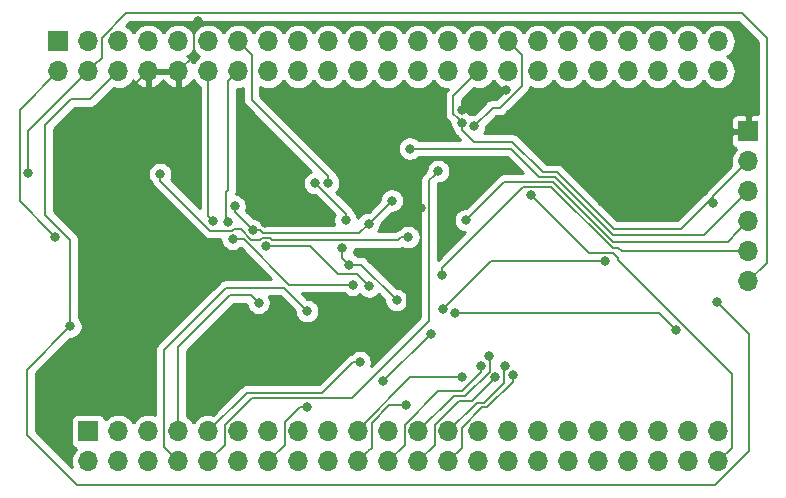
<source format=gbl>
G04 #@! TF.GenerationSoftware,KiCad,Pcbnew,(6.0.0-rc1-dev-1521-g81a0ab4d7)*
G04 #@! TF.CreationDate,2019-02-16T05:45:14+09:00
G04 #@! TF.ProjectId,STM32F303VET6,53544d33-3246-4333-9033-564554362e6b,rev?*
G04 #@! TF.SameCoordinates,Original*
G04 #@! TF.FileFunction,Copper,L2,Bot*
G04 #@! TF.FilePolarity,Positive*
%FSLAX46Y46*%
G04 Gerber Fmt 4.6, Leading zero omitted, Abs format (unit mm)*
G04 Created by KiCad (PCBNEW (6.0.0-rc1-dev-1521-g81a0ab4d7)) date 2019/02/16 5:45:14*
%MOMM*%
%LPD*%
G04 APERTURE LIST*
%ADD10R,1.700000X1.700000*%
%ADD11O,1.700000X1.700000*%
%ADD12C,0.800000*%
%ADD13C,1.000000*%
%ADD14C,0.200000*%
%ADD15C,0.254000*%
G04 APERTURE END LIST*
D10*
X152400000Y-91440000D03*
D11*
X152400000Y-93980000D03*
X152400000Y-96520000D03*
X152400000Y-99060000D03*
X152400000Y-101600000D03*
X152400000Y-104140000D03*
D10*
X93980000Y-83820000D03*
D11*
X93980000Y-86360000D03*
X96520000Y-83820000D03*
X96520000Y-86360000D03*
X99060000Y-83820000D03*
X99060000Y-86360000D03*
X101600000Y-83820000D03*
X101600000Y-86360000D03*
X104140000Y-83820000D03*
X104140000Y-86360000D03*
X106680000Y-83820000D03*
X106680000Y-86360000D03*
X109220000Y-83820000D03*
X109220000Y-86360000D03*
X111760000Y-83820000D03*
X111760000Y-86360000D03*
X114300000Y-83820000D03*
X114300000Y-86360000D03*
X116840000Y-83820000D03*
X116840000Y-86360000D03*
X119380000Y-83820000D03*
X119380000Y-86360000D03*
X121920000Y-83820000D03*
X121920000Y-86360000D03*
X124460000Y-83820000D03*
X124460000Y-86360000D03*
X127000000Y-83820000D03*
X127000000Y-86360000D03*
X129540000Y-83820000D03*
X129540000Y-86360000D03*
X132080000Y-83820000D03*
X132080000Y-86360000D03*
X134620000Y-83820000D03*
X134620000Y-86360000D03*
X137160000Y-83820000D03*
X137160000Y-86360000D03*
X139700000Y-83820000D03*
X139700000Y-86360000D03*
X142240000Y-83820000D03*
X142240000Y-86360000D03*
X144780000Y-83820000D03*
X144780000Y-86360000D03*
X147320000Y-83820000D03*
X147320000Y-86360000D03*
X149860000Y-83820000D03*
X149860000Y-86360000D03*
D10*
X96520000Y-116840000D03*
D11*
X96520000Y-119380000D03*
X99060000Y-116840000D03*
X99060000Y-119380000D03*
X101600000Y-116840000D03*
X101600000Y-119380000D03*
X104140000Y-116840000D03*
X104140000Y-119380000D03*
X106680000Y-116840000D03*
X106680000Y-119380000D03*
X109220000Y-116840000D03*
X109220000Y-119380000D03*
X111760000Y-116840000D03*
X111760000Y-119380000D03*
X114300000Y-116840000D03*
X114300000Y-119380000D03*
X116840000Y-116840000D03*
X116840000Y-119380000D03*
X119380000Y-116840000D03*
X119380000Y-119380000D03*
X121920000Y-116840000D03*
X121920000Y-119380000D03*
X124460000Y-116840000D03*
X124460000Y-119380000D03*
X127000000Y-116840000D03*
X127000000Y-119380000D03*
X129540000Y-116840000D03*
X129540000Y-119380000D03*
X132080000Y-116840000D03*
X132080000Y-119380000D03*
X134620000Y-116840000D03*
X134620000Y-119380000D03*
X137160000Y-116840000D03*
X137160000Y-119380000D03*
X139700000Y-116840000D03*
X139700000Y-119380000D03*
X142240000Y-116840000D03*
X142240000Y-119380000D03*
X144780000Y-116840000D03*
X144780000Y-119380000D03*
X147320000Y-116840000D03*
X147320000Y-119380000D03*
X149860000Y-116840000D03*
X149860000Y-119380000D03*
D12*
X96590000Y-112190000D03*
X96590000Y-105530000D03*
X128143180Y-89663029D03*
X131870018Y-87930018D03*
X111350000Y-92830000D03*
X96590000Y-94690000D03*
X123550000Y-102550000D03*
X123410000Y-107850000D03*
X111481479Y-99219990D03*
X124660000Y-97930000D03*
X105785188Y-82130010D03*
X140000000Y-97440000D03*
X126460000Y-103590000D03*
X93720000Y-100350000D03*
X149800000Y-105920000D03*
X95010000Y-107940000D03*
X122630000Y-105720000D03*
X118040000Y-101340010D03*
X118584615Y-102708214D03*
X122230000Y-97290000D03*
X120260000Y-99260000D03*
X110515732Y-99820068D03*
X108923068Y-97768300D03*
X125570000Y-108590000D03*
X121510000Y-112610000D03*
X91440000Y-94996000D03*
X115730000Y-95820000D03*
X118325102Y-98939990D03*
X102620000Y-95050000D03*
X123610000Y-100380000D03*
X116840000Y-95800000D03*
X128500000Y-98960000D03*
X123749990Y-92900172D03*
X126160000Y-94800000D03*
X128207338Y-90739250D03*
X149435018Y-97515018D03*
X129170000Y-91010000D03*
X134034755Y-96858373D03*
X132449946Y-112067737D03*
X131803962Y-111304371D03*
X130989956Y-112265687D03*
X146250000Y-108220000D03*
X127610000Y-106840000D03*
X130439360Y-110457825D03*
X126580000Y-106490000D03*
X140270000Y-102430000D03*
X129799990Y-111271960D03*
X123390000Y-114630000D03*
X128203144Y-112266776D03*
X119510000Y-110980000D03*
X115050000Y-114740000D03*
X108390000Y-99140000D03*
X111550000Y-101170000D03*
X120320000Y-104560000D03*
X118900000Y-104420000D03*
X107087399Y-98987631D03*
X108742605Y-100539816D03*
X115050000Y-106650010D03*
X110950000Y-105950000D03*
D13*
X96590000Y-112190000D02*
X96590000Y-105530000D01*
D14*
X129876191Y-87930018D02*
X131304333Y-87930018D01*
X131304333Y-87930018D02*
X131870018Y-87930018D01*
X128143180Y-89663029D02*
X129876191Y-87930018D01*
X101600000Y-86360000D02*
X104140000Y-86360000D01*
X101600000Y-86360000D02*
X96590000Y-91370000D01*
X96590000Y-91370000D02*
X96590000Y-94690000D01*
X96590000Y-94690000D02*
X96590000Y-105530000D01*
X123550000Y-102550000D02*
X123550000Y-107710000D01*
X123550000Y-107710000D02*
X123410000Y-107850000D01*
X111350000Y-92830000D02*
X111350000Y-99088511D01*
X111350000Y-99088511D02*
X111481479Y-99219990D01*
X124660000Y-101440000D02*
X123550000Y-102550000D01*
X124660000Y-97930000D02*
X124660000Y-101440000D01*
X105450001Y-83030882D02*
X105785188Y-82695695D01*
X105785188Y-82695695D02*
X105785188Y-82130010D01*
X105450001Y-85049999D02*
X105450001Y-83030882D01*
X104140000Y-86360000D02*
X105450001Y-85049999D01*
X140010000Y-97430000D02*
X140000000Y-97440000D01*
X140010000Y-96350000D02*
X140010000Y-97430000D01*
X152400000Y-91440000D02*
X144920000Y-91440000D01*
X144920000Y-91440000D02*
X140010000Y-96350000D01*
X140935849Y-101320149D02*
X135725700Y-96110000D01*
X141691700Y-101600000D02*
X141411849Y-101320149D01*
X141411849Y-101320149D02*
X140935849Y-101320149D01*
X135725700Y-96110000D02*
X133374315Y-96110000D01*
X133374315Y-96110000D02*
X126460000Y-103024315D01*
X152400000Y-101600000D02*
X141691700Y-101600000D01*
X126460000Y-103024315D02*
X126460000Y-103590000D01*
X90739998Y-97369998D02*
X93320001Y-99950001D01*
X93980000Y-86360000D02*
X90739998Y-89600002D01*
X93320001Y-99950001D02*
X93720000Y-100350000D01*
X90739998Y-89600002D02*
X90739998Y-97369998D01*
X99060000Y-86360000D02*
X96710000Y-88710000D01*
X95010000Y-100603996D02*
X95010000Y-107374315D01*
X95010000Y-107374315D02*
X95010000Y-107940000D01*
X92890000Y-98483996D02*
X95010000Y-100603996D01*
X92890000Y-90920000D02*
X92890000Y-98483996D01*
X95100000Y-88710000D02*
X92890000Y-90920000D01*
X96710000Y-88710000D02*
X95100000Y-88710000D01*
X152480000Y-108600000D02*
X152480000Y-118462002D01*
X149800000Y-105920000D02*
X152480000Y-108600000D01*
X149572002Y-121370000D02*
X95580000Y-121370000D01*
X91330000Y-111620000D02*
X95010000Y-107940000D01*
X152480000Y-118462002D02*
X149572002Y-121370000D01*
X95580000Y-121370000D02*
X91330000Y-117120000D01*
X91330000Y-117120000D02*
X91330000Y-111620000D01*
X118040000Y-101340010D02*
X118040000Y-102163599D01*
X118040000Y-102163599D02*
X118184616Y-102308215D01*
X118184616Y-102308215D02*
X118584615Y-102708214D01*
X119150300Y-102708214D02*
X118584615Y-102708214D01*
X119618214Y-102708214D02*
X119150300Y-102708214D01*
X122630000Y-105720000D02*
X119618214Y-102708214D01*
X122230000Y-97290000D02*
X120260000Y-99260000D01*
X97030000Y-85850000D02*
X96520000Y-86360000D01*
X153960000Y-102580000D02*
X153960000Y-83550000D01*
X152400000Y-104140000D02*
X153960000Y-102580000D01*
X153960000Y-83550000D02*
X151840000Y-81430000D01*
X151840000Y-81430000D02*
X99747998Y-81430000D01*
X97670001Y-85209999D02*
X97030000Y-85850000D01*
X99747998Y-81430000D02*
X97670001Y-83507997D01*
X97670001Y-83507997D02*
X97670001Y-85209999D01*
X110515732Y-99820068D02*
X108923068Y-98227404D01*
X108923068Y-98227404D02*
X108923068Y-97768300D01*
X111081417Y-99820068D02*
X110515732Y-99820068D01*
X119450012Y-100069988D02*
X111331337Y-100069988D01*
X111331337Y-100069988D02*
X111081417Y-99820068D01*
X120260000Y-99260000D02*
X119450012Y-100069988D01*
X125530000Y-108590000D02*
X125570000Y-108590000D01*
X121510000Y-112610000D02*
X125530000Y-108590000D01*
X96520000Y-86360000D02*
X91440000Y-91440000D01*
X91440000Y-91440000D02*
X91440000Y-94430315D01*
X91440000Y-94430315D02*
X91440000Y-94996000D01*
X115730000Y-95820000D02*
X118325102Y-98415102D01*
X118325102Y-98415102D02*
X118325102Y-98939990D01*
X106844317Y-99840002D02*
X108726002Y-99840002D01*
X109435698Y-99729998D02*
X110345700Y-100640000D01*
X112056002Y-100640000D02*
X122784315Y-100640000D01*
X111043998Y-100640000D02*
X111213999Y-100469999D01*
X122784315Y-100640000D02*
X123044315Y-100380000D01*
X111213999Y-100469999D02*
X111886001Y-100469999D01*
X102620000Y-95615685D02*
X106844317Y-99840002D01*
X102620000Y-95050000D02*
X102620000Y-95615685D01*
X108726002Y-99840002D02*
X108836006Y-99729998D01*
X108836006Y-99729998D02*
X109435698Y-99729998D01*
X110345700Y-100640000D02*
X111043998Y-100640000D01*
X123044315Y-100380000D02*
X123610000Y-100380000D01*
X111886001Y-100469999D02*
X112056002Y-100640000D01*
X110069999Y-84669999D02*
X109220000Y-83820000D01*
X110370001Y-84970001D02*
X110069999Y-84669999D01*
X110370001Y-88764316D02*
X110370001Y-84970001D01*
X116840000Y-95234315D02*
X110370001Y-88764316D01*
X116840000Y-95800000D02*
X116840000Y-95234315D01*
X140971400Y-100790000D02*
X150670000Y-100790000D01*
X150670000Y-100790000D02*
X151550001Y-99909999D01*
X151550001Y-99909999D02*
X152400000Y-99060000D01*
X128500000Y-98960000D02*
X131750011Y-95709989D01*
X131750011Y-95709989D02*
X135891389Y-95709989D01*
X135891389Y-95709989D02*
X140971400Y-100790000D01*
X148680000Y-100240000D02*
X140987100Y-100240000D01*
X136057078Y-95309978D02*
X134709978Y-95309978D01*
X124315675Y-92900172D02*
X123749990Y-92900172D01*
X152400000Y-96520000D02*
X148680000Y-100240000D01*
X140987100Y-100240000D02*
X136057078Y-95309978D01*
X134709978Y-95309978D02*
X132300172Y-92900172D01*
X132300172Y-92900172D02*
X124315675Y-92900172D01*
X125370001Y-95589999D02*
X125760001Y-95199999D01*
X106680000Y-119380000D02*
X108069999Y-117990001D01*
X125370001Y-107469999D02*
X125370001Y-95589999D01*
X125760001Y-95199999D02*
X126160000Y-94800000D01*
X118869989Y-113970011D02*
X125370001Y-107469999D01*
X110387987Y-113970011D02*
X118869989Y-113970011D01*
X108069999Y-116287999D02*
X110387987Y-113970011D01*
X108069999Y-117990001D02*
X108069999Y-116287999D01*
X127443179Y-88456821D02*
X127443179Y-89975091D01*
X127443179Y-89975091D02*
X127807339Y-90339251D01*
X127807339Y-90339251D02*
X128207338Y-90739250D01*
X129540000Y-86360000D02*
X127443179Y-88456821D01*
X152400000Y-93980000D02*
X149435018Y-96944982D01*
X149435018Y-96944982D02*
X149435018Y-96949333D01*
X149435018Y-96949333D02*
X149435018Y-97515018D01*
X146680000Y-99700000D02*
X141012800Y-99700000D01*
X135019967Y-94909967D02*
X132410000Y-92300000D01*
X129202403Y-92300000D02*
X128207338Y-91304935D01*
X128207338Y-91304935D02*
X128207338Y-90739250D01*
X132410000Y-92300000D02*
X129202403Y-92300000D01*
X152400000Y-93980000D02*
X146680000Y-99700000D01*
X136222767Y-94909967D02*
X135019967Y-94909967D01*
X141012800Y-99700000D02*
X136222767Y-94909967D01*
X129170000Y-91010000D02*
X130760000Y-89420000D01*
X130760000Y-89420000D02*
X131370000Y-89420000D01*
X132929999Y-84669999D02*
X132080000Y-83820000D01*
X133230001Y-84970001D02*
X132929999Y-84669999D01*
X133230001Y-87559999D02*
X133230001Y-84970001D01*
X131370000Y-89420000D02*
X133230001Y-87559999D01*
X134434754Y-97258372D02*
X134034755Y-96858373D01*
X141337760Y-102287760D02*
X141337760Y-102121758D01*
X151010001Y-111960001D02*
X141337760Y-102287760D01*
X140946001Y-101729999D02*
X138906381Y-101729999D01*
X138906381Y-101729999D02*
X134434754Y-97258372D01*
X149860000Y-119380000D02*
X151010001Y-118229999D01*
X151010001Y-118229999D02*
X151010001Y-111960001D01*
X141337760Y-102121758D02*
X140946001Y-101729999D01*
X130293368Y-114790000D02*
X132449946Y-112633422D01*
X128150001Y-116527997D02*
X129887998Y-114790000D01*
X132449946Y-112633422D02*
X132449946Y-112067737D01*
X127000000Y-119380000D02*
X128150001Y-118229999D01*
X129887998Y-114790000D02*
X130293368Y-114790000D01*
X128150001Y-118229999D02*
X128150001Y-116527997D01*
X130060689Y-114389989D02*
X131736544Y-112714134D01*
X127000000Y-116840000D02*
X129450011Y-114389989D01*
X129450011Y-114389989D02*
X130060689Y-114389989D01*
X131736544Y-112714134D02*
X131736544Y-111371789D01*
X131736544Y-111371789D02*
X131803962Y-111304371D01*
X129015643Y-114240000D02*
X130589957Y-112665686D01*
X127897998Y-114240000D02*
X129015643Y-114240000D01*
X130589957Y-112665686D02*
X130989956Y-112265687D01*
X124460000Y-119380000D02*
X125849999Y-117990001D01*
X125849999Y-116287999D02*
X127897998Y-114240000D01*
X125849999Y-117990001D02*
X125849999Y-116287999D01*
X146250000Y-108220000D02*
X144870000Y-106840000D01*
X144870000Y-106840000D02*
X127610000Y-106840000D01*
X130500000Y-110518465D02*
X130439360Y-110457825D01*
X124460000Y-116840000D02*
X127460011Y-113839989D01*
X128425690Y-113839989D02*
X130500000Y-111765679D01*
X127460011Y-113839989D02*
X128425690Y-113839989D01*
X130500000Y-111765679D02*
X130500000Y-110518465D01*
X126580000Y-106490000D02*
X130640000Y-102430000D01*
X139704315Y-102430000D02*
X140270000Y-102430000D01*
X130640000Y-102430000D02*
X139704315Y-102430000D01*
X121920000Y-119380000D02*
X123309999Y-117990001D01*
X123309999Y-117990001D02*
X123309999Y-116287999D01*
X129799990Y-111837645D02*
X129799990Y-111271960D01*
X128197657Y-113439978D02*
X129799990Y-111837645D01*
X126158020Y-113439978D02*
X128197657Y-113439978D01*
X123309999Y-116287999D02*
X126158020Y-113439978D01*
X120229999Y-118530001D02*
X119380000Y-119380000D01*
X120530001Y-118229999D02*
X120229999Y-118530001D01*
X120530001Y-116109999D02*
X120530001Y-118229999D01*
X123390000Y-114630000D02*
X122010000Y-114630000D01*
X122010000Y-114630000D02*
X120530001Y-116109999D01*
X123807524Y-112266776D02*
X127637459Y-112266776D01*
X127637459Y-112266776D02*
X128203144Y-112266776D01*
X119380000Y-116694300D02*
X123807524Y-112266776D01*
X119380000Y-116840000D02*
X119380000Y-116694300D01*
X116354315Y-113570000D02*
X118944315Y-110980000D01*
X109950000Y-113570000D02*
X116354315Y-113570000D01*
X106680000Y-116840000D02*
X109950000Y-113570000D01*
X118944315Y-110980000D02*
X119510000Y-110980000D01*
X113149999Y-116074316D02*
X114484315Y-114740000D01*
X111760000Y-119380000D02*
X113149999Y-117990001D01*
X114484315Y-114740000D02*
X115050000Y-114740000D01*
X113149999Y-117990001D02*
X113149999Y-116074316D01*
X108370001Y-87209999D02*
X108370001Y-96429999D01*
X109220000Y-86360000D02*
X108370001Y-87209999D01*
X108370001Y-96429999D02*
X108200000Y-96600000D01*
X108200000Y-96600000D02*
X108200000Y-98950000D01*
X108200000Y-98950000D02*
X108390000Y-99140000D01*
X111550000Y-101170000D02*
X115300000Y-101170000D01*
X115300000Y-101170000D02*
X117640000Y-103510000D01*
X117640000Y-103510000D02*
X119270000Y-103510000D01*
X119270000Y-103510000D02*
X120320000Y-104560000D01*
X106680000Y-86360000D02*
X106680000Y-98580232D01*
X106687400Y-98587632D02*
X107087399Y-98987631D01*
X106680000Y-98580232D02*
X106687400Y-98587632D01*
X118900000Y-104420000D02*
X113560000Y-104420000D01*
X113560000Y-104420000D02*
X109679816Y-100539816D01*
X109308290Y-100539816D02*
X108742605Y-100539816D01*
X109679816Y-100539816D02*
X109308290Y-100539816D01*
X114650001Y-106250011D02*
X115050000Y-106650010D01*
X113059990Y-104660000D02*
X114650001Y-106250011D01*
X108200000Y-104660000D02*
X113059990Y-104660000D01*
X102940000Y-109920000D02*
X108200000Y-104660000D01*
X104140000Y-119380000D02*
X102940000Y-118180000D01*
X102940000Y-118180000D02*
X102940000Y-109920000D01*
X104140000Y-109700000D02*
X104140000Y-116840000D01*
X108560000Y-105280000D02*
X104140000Y-109700000D01*
X110950000Y-105950000D02*
X110280000Y-105280000D01*
X110280000Y-105280000D02*
X108560000Y-105280000D01*
D15*
G36*
X101727000Y-86233000D02*
G01*
X104013000Y-86233000D01*
X104013000Y-86213000D01*
X104267000Y-86213000D01*
X104267000Y-86233000D01*
X104287000Y-86233000D01*
X104287000Y-86487000D01*
X104267000Y-86487000D01*
X104267000Y-87680155D01*
X104496890Y-87801476D01*
X104644099Y-87756825D01*
X104906920Y-87631641D01*
X105140269Y-87457588D01*
X105335178Y-87241355D01*
X105404799Y-87124477D01*
X105439294Y-87189014D01*
X105624866Y-87415134D01*
X105850986Y-87600706D01*
X105945000Y-87650958D01*
X105945001Y-97901239D01*
X103550916Y-95507155D01*
X103615226Y-95351898D01*
X103655000Y-95151939D01*
X103655000Y-94948061D01*
X103615226Y-94748102D01*
X103537205Y-94559744D01*
X103423937Y-94390226D01*
X103279774Y-94246063D01*
X103110256Y-94132795D01*
X102921898Y-94054774D01*
X102721939Y-94015000D01*
X102518061Y-94015000D01*
X102318102Y-94054774D01*
X102129744Y-94132795D01*
X101960226Y-94246063D01*
X101816063Y-94390226D01*
X101702795Y-94559744D01*
X101624774Y-94748102D01*
X101585000Y-94948061D01*
X101585000Y-95151939D01*
X101624774Y-95351898D01*
X101702795Y-95540256D01*
X101816063Y-95709774D01*
X101908513Y-95802224D01*
X101937663Y-95898318D01*
X102005914Y-96026005D01*
X102097763Y-96137923D01*
X102125808Y-96160939D01*
X106299063Y-100334195D01*
X106322079Y-100362240D01*
X106433997Y-100454089D01*
X106561684Y-100522339D01*
X106700232Y-100564367D01*
X106808212Y-100575002D01*
X106808221Y-100575002D01*
X106844316Y-100578557D01*
X106880411Y-100575002D01*
X107707605Y-100575002D01*
X107707605Y-100641755D01*
X107747379Y-100841714D01*
X107825400Y-101030072D01*
X107938668Y-101199590D01*
X108082831Y-101343753D01*
X108252349Y-101457021D01*
X108440707Y-101535042D01*
X108640666Y-101574816D01*
X108844544Y-101574816D01*
X109044503Y-101535042D01*
X109232861Y-101457021D01*
X109402379Y-101343753D01*
X109423343Y-101322789D01*
X112025553Y-103925000D01*
X108236094Y-103925000D01*
X108199999Y-103921445D01*
X108163904Y-103925000D01*
X108163895Y-103925000D01*
X108055915Y-103935635D01*
X107917367Y-103977663D01*
X107789680Y-104045913D01*
X107677762Y-104137762D01*
X107654746Y-104165807D01*
X102445808Y-109374746D01*
X102417763Y-109397762D01*
X102325914Y-109509680D01*
X102285534Y-109585226D01*
X102257664Y-109637367D01*
X102215635Y-109775915D01*
X102201444Y-109920000D01*
X102205001Y-109956115D01*
X102205000Y-115479556D01*
X102171034Y-115461401D01*
X101891111Y-115376487D01*
X101672950Y-115355000D01*
X101527050Y-115355000D01*
X101308889Y-115376487D01*
X101028966Y-115461401D01*
X100770986Y-115599294D01*
X100544866Y-115784866D01*
X100359294Y-116010986D01*
X100330000Y-116065791D01*
X100300706Y-116010986D01*
X100115134Y-115784866D01*
X99889014Y-115599294D01*
X99631034Y-115461401D01*
X99351111Y-115376487D01*
X99132950Y-115355000D01*
X98987050Y-115355000D01*
X98768889Y-115376487D01*
X98488966Y-115461401D01*
X98230986Y-115599294D01*
X98004866Y-115784866D01*
X97980393Y-115814687D01*
X97959502Y-115745820D01*
X97900537Y-115635506D01*
X97821185Y-115538815D01*
X97724494Y-115459463D01*
X97614180Y-115400498D01*
X97494482Y-115364188D01*
X97370000Y-115351928D01*
X95670000Y-115351928D01*
X95545518Y-115364188D01*
X95425820Y-115400498D01*
X95315506Y-115459463D01*
X95218815Y-115538815D01*
X95139463Y-115635506D01*
X95080498Y-115745820D01*
X95044188Y-115865518D01*
X95031928Y-115990000D01*
X95031928Y-117690000D01*
X95044188Y-117814482D01*
X95080498Y-117934180D01*
X95139463Y-118044494D01*
X95218815Y-118141185D01*
X95315506Y-118220537D01*
X95425820Y-118279502D01*
X95494687Y-118300393D01*
X95464866Y-118324866D01*
X95279294Y-118550986D01*
X95141401Y-118808966D01*
X95056487Y-119088889D01*
X95027815Y-119380000D01*
X95056487Y-119671111D01*
X95115676Y-119866229D01*
X92065000Y-116815554D01*
X92065000Y-111924446D01*
X95014447Y-108975000D01*
X95111939Y-108975000D01*
X95311898Y-108935226D01*
X95500256Y-108857205D01*
X95669774Y-108743937D01*
X95813937Y-108599774D01*
X95927205Y-108430256D01*
X96005226Y-108241898D01*
X96045000Y-108041939D01*
X96045000Y-107838061D01*
X96005226Y-107638102D01*
X95927205Y-107449744D01*
X95813937Y-107280226D01*
X95745000Y-107211289D01*
X95745000Y-100640101D01*
X95748556Y-100603996D01*
X95734365Y-100459911D01*
X95692337Y-100321362D01*
X95624087Y-100193676D01*
X95555253Y-100109802D01*
X95555250Y-100109799D01*
X95532237Y-100081758D01*
X95504197Y-100058746D01*
X93625000Y-98179550D01*
X93625000Y-91224446D01*
X95404447Y-89445000D01*
X96673895Y-89445000D01*
X96710000Y-89448556D01*
X96746105Y-89445000D01*
X96854085Y-89434365D01*
X96992633Y-89392337D01*
X97120320Y-89324087D01*
X97232238Y-89232238D01*
X97255259Y-89204188D01*
X98666878Y-87792568D01*
X98768889Y-87823513D01*
X98987050Y-87845000D01*
X99132950Y-87845000D01*
X99351111Y-87823513D01*
X99631034Y-87738599D01*
X99889014Y-87600706D01*
X100115134Y-87415134D01*
X100300706Y-87189014D01*
X100335201Y-87124477D01*
X100404822Y-87241355D01*
X100599731Y-87457588D01*
X100833080Y-87631641D01*
X101095901Y-87756825D01*
X101243110Y-87801476D01*
X101473000Y-87680155D01*
X101473000Y-86487000D01*
X101727000Y-86487000D01*
X101727000Y-87680155D01*
X101956890Y-87801476D01*
X102104099Y-87756825D01*
X102366920Y-87631641D01*
X102600269Y-87457588D01*
X102795178Y-87241355D01*
X102870000Y-87115745D01*
X102944822Y-87241355D01*
X103139731Y-87457588D01*
X103373080Y-87631641D01*
X103635901Y-87756825D01*
X103783110Y-87801476D01*
X104013000Y-87680155D01*
X104013000Y-86487000D01*
X101727000Y-86487000D01*
X101473000Y-86487000D01*
X101453000Y-86487000D01*
X101453000Y-86233000D01*
X101473000Y-86233000D01*
X101473000Y-86213000D01*
X101727000Y-86213000D01*
X101727000Y-86233000D01*
X101727000Y-86233000D01*
G37*
X101727000Y-86233000D02*
X104013000Y-86233000D01*
X104013000Y-86213000D01*
X104267000Y-86213000D01*
X104267000Y-86233000D01*
X104287000Y-86233000D01*
X104287000Y-86487000D01*
X104267000Y-86487000D01*
X104267000Y-87680155D01*
X104496890Y-87801476D01*
X104644099Y-87756825D01*
X104906920Y-87631641D01*
X105140269Y-87457588D01*
X105335178Y-87241355D01*
X105404799Y-87124477D01*
X105439294Y-87189014D01*
X105624866Y-87415134D01*
X105850986Y-87600706D01*
X105945000Y-87650958D01*
X105945001Y-97901239D01*
X103550916Y-95507155D01*
X103615226Y-95351898D01*
X103655000Y-95151939D01*
X103655000Y-94948061D01*
X103615226Y-94748102D01*
X103537205Y-94559744D01*
X103423937Y-94390226D01*
X103279774Y-94246063D01*
X103110256Y-94132795D01*
X102921898Y-94054774D01*
X102721939Y-94015000D01*
X102518061Y-94015000D01*
X102318102Y-94054774D01*
X102129744Y-94132795D01*
X101960226Y-94246063D01*
X101816063Y-94390226D01*
X101702795Y-94559744D01*
X101624774Y-94748102D01*
X101585000Y-94948061D01*
X101585000Y-95151939D01*
X101624774Y-95351898D01*
X101702795Y-95540256D01*
X101816063Y-95709774D01*
X101908513Y-95802224D01*
X101937663Y-95898318D01*
X102005914Y-96026005D01*
X102097763Y-96137923D01*
X102125808Y-96160939D01*
X106299063Y-100334195D01*
X106322079Y-100362240D01*
X106433997Y-100454089D01*
X106561684Y-100522339D01*
X106700232Y-100564367D01*
X106808212Y-100575002D01*
X106808221Y-100575002D01*
X106844316Y-100578557D01*
X106880411Y-100575002D01*
X107707605Y-100575002D01*
X107707605Y-100641755D01*
X107747379Y-100841714D01*
X107825400Y-101030072D01*
X107938668Y-101199590D01*
X108082831Y-101343753D01*
X108252349Y-101457021D01*
X108440707Y-101535042D01*
X108640666Y-101574816D01*
X108844544Y-101574816D01*
X109044503Y-101535042D01*
X109232861Y-101457021D01*
X109402379Y-101343753D01*
X109423343Y-101322789D01*
X112025553Y-103925000D01*
X108236094Y-103925000D01*
X108199999Y-103921445D01*
X108163904Y-103925000D01*
X108163895Y-103925000D01*
X108055915Y-103935635D01*
X107917367Y-103977663D01*
X107789680Y-104045913D01*
X107677762Y-104137762D01*
X107654746Y-104165807D01*
X102445808Y-109374746D01*
X102417763Y-109397762D01*
X102325914Y-109509680D01*
X102285534Y-109585226D01*
X102257664Y-109637367D01*
X102215635Y-109775915D01*
X102201444Y-109920000D01*
X102205001Y-109956115D01*
X102205000Y-115479556D01*
X102171034Y-115461401D01*
X101891111Y-115376487D01*
X101672950Y-115355000D01*
X101527050Y-115355000D01*
X101308889Y-115376487D01*
X101028966Y-115461401D01*
X100770986Y-115599294D01*
X100544866Y-115784866D01*
X100359294Y-116010986D01*
X100330000Y-116065791D01*
X100300706Y-116010986D01*
X100115134Y-115784866D01*
X99889014Y-115599294D01*
X99631034Y-115461401D01*
X99351111Y-115376487D01*
X99132950Y-115355000D01*
X98987050Y-115355000D01*
X98768889Y-115376487D01*
X98488966Y-115461401D01*
X98230986Y-115599294D01*
X98004866Y-115784866D01*
X97980393Y-115814687D01*
X97959502Y-115745820D01*
X97900537Y-115635506D01*
X97821185Y-115538815D01*
X97724494Y-115459463D01*
X97614180Y-115400498D01*
X97494482Y-115364188D01*
X97370000Y-115351928D01*
X95670000Y-115351928D01*
X95545518Y-115364188D01*
X95425820Y-115400498D01*
X95315506Y-115459463D01*
X95218815Y-115538815D01*
X95139463Y-115635506D01*
X95080498Y-115745820D01*
X95044188Y-115865518D01*
X95031928Y-115990000D01*
X95031928Y-117690000D01*
X95044188Y-117814482D01*
X95080498Y-117934180D01*
X95139463Y-118044494D01*
X95218815Y-118141185D01*
X95315506Y-118220537D01*
X95425820Y-118279502D01*
X95494687Y-118300393D01*
X95464866Y-118324866D01*
X95279294Y-118550986D01*
X95141401Y-118808966D01*
X95056487Y-119088889D01*
X95027815Y-119380000D01*
X95056487Y-119671111D01*
X95115676Y-119866229D01*
X92065000Y-116815554D01*
X92065000Y-111924446D01*
X95014447Y-108975000D01*
X95111939Y-108975000D01*
X95311898Y-108935226D01*
X95500256Y-108857205D01*
X95669774Y-108743937D01*
X95813937Y-108599774D01*
X95927205Y-108430256D01*
X96005226Y-108241898D01*
X96045000Y-108041939D01*
X96045000Y-107838061D01*
X96005226Y-107638102D01*
X95927205Y-107449744D01*
X95813937Y-107280226D01*
X95745000Y-107211289D01*
X95745000Y-100640101D01*
X95748556Y-100603996D01*
X95734365Y-100459911D01*
X95692337Y-100321362D01*
X95624087Y-100193676D01*
X95555253Y-100109802D01*
X95555250Y-100109799D01*
X95532237Y-100081758D01*
X95504197Y-100058746D01*
X93625000Y-98179550D01*
X93625000Y-91224446D01*
X95404447Y-89445000D01*
X96673895Y-89445000D01*
X96710000Y-89448556D01*
X96746105Y-89445000D01*
X96854085Y-89434365D01*
X96992633Y-89392337D01*
X97120320Y-89324087D01*
X97232238Y-89232238D01*
X97255259Y-89204188D01*
X98666878Y-87792568D01*
X98768889Y-87823513D01*
X98987050Y-87845000D01*
X99132950Y-87845000D01*
X99351111Y-87823513D01*
X99631034Y-87738599D01*
X99889014Y-87600706D01*
X100115134Y-87415134D01*
X100300706Y-87189014D01*
X100335201Y-87124477D01*
X100404822Y-87241355D01*
X100599731Y-87457588D01*
X100833080Y-87631641D01*
X101095901Y-87756825D01*
X101243110Y-87801476D01*
X101473000Y-87680155D01*
X101473000Y-86487000D01*
X101727000Y-86487000D01*
X101727000Y-87680155D01*
X101956890Y-87801476D01*
X102104099Y-87756825D01*
X102366920Y-87631641D01*
X102600269Y-87457588D01*
X102795178Y-87241355D01*
X102870000Y-87115745D01*
X102944822Y-87241355D01*
X103139731Y-87457588D01*
X103373080Y-87631641D01*
X103635901Y-87756825D01*
X103783110Y-87801476D01*
X104013000Y-87680155D01*
X104013000Y-86487000D01*
X101727000Y-86487000D01*
X101473000Y-86487000D01*
X101453000Y-86487000D01*
X101453000Y-86233000D01*
X101473000Y-86233000D01*
X101473000Y-86213000D01*
X101727000Y-86213000D01*
X101727000Y-86233000D01*
G36*
X124635001Y-107165552D02*
G01*
X120495730Y-111304824D01*
X120505226Y-111281898D01*
X120545000Y-111081939D01*
X120545000Y-110878061D01*
X120505226Y-110678102D01*
X120427205Y-110489744D01*
X120313937Y-110320226D01*
X120169774Y-110176063D01*
X120000256Y-110062795D01*
X119811898Y-109984774D01*
X119611939Y-109945000D01*
X119408061Y-109945000D01*
X119208102Y-109984774D01*
X119019744Y-110062795D01*
X118850226Y-110176063D01*
X118757776Y-110268513D01*
X118661682Y-110297663D01*
X118533995Y-110365913D01*
X118422077Y-110457762D01*
X118399061Y-110485807D01*
X116049869Y-112835000D01*
X109986094Y-112835000D01*
X109949999Y-112831445D01*
X109913904Y-112835000D01*
X109913895Y-112835000D01*
X109805915Y-112845635D01*
X109667367Y-112887663D01*
X109539680Y-112955913D01*
X109427762Y-113047762D01*
X109404746Y-113075807D01*
X107073122Y-115407432D01*
X106971111Y-115376487D01*
X106752950Y-115355000D01*
X106607050Y-115355000D01*
X106388889Y-115376487D01*
X106108966Y-115461401D01*
X105850986Y-115599294D01*
X105624866Y-115784866D01*
X105439294Y-116010986D01*
X105410000Y-116065791D01*
X105380706Y-116010986D01*
X105195134Y-115784866D01*
X104969014Y-115599294D01*
X104875000Y-115549043D01*
X104875000Y-110004446D01*
X108864447Y-106015000D01*
X109915000Y-106015000D01*
X109915000Y-106051939D01*
X109954774Y-106251898D01*
X110032795Y-106440256D01*
X110146063Y-106609774D01*
X110290226Y-106753937D01*
X110459744Y-106867205D01*
X110648102Y-106945226D01*
X110848061Y-106985000D01*
X111051939Y-106985000D01*
X111251898Y-106945226D01*
X111440256Y-106867205D01*
X111609774Y-106753937D01*
X111753937Y-106609774D01*
X111867205Y-106440256D01*
X111945226Y-106251898D01*
X111985000Y-106051939D01*
X111985000Y-105848061D01*
X111945226Y-105648102D01*
X111867205Y-105459744D01*
X111823945Y-105395000D01*
X112755544Y-105395000D01*
X114015000Y-106654457D01*
X114015000Y-106751949D01*
X114054774Y-106951908D01*
X114132795Y-107140266D01*
X114246063Y-107309784D01*
X114390226Y-107453947D01*
X114559744Y-107567215D01*
X114748102Y-107645236D01*
X114948061Y-107685010D01*
X115151939Y-107685010D01*
X115351898Y-107645236D01*
X115540256Y-107567215D01*
X115709774Y-107453947D01*
X115853937Y-107309784D01*
X115967205Y-107140266D01*
X116045226Y-106951908D01*
X116085000Y-106751949D01*
X116085000Y-106548071D01*
X116045226Y-106348112D01*
X115967205Y-106159754D01*
X115853937Y-105990236D01*
X115709774Y-105846073D01*
X115540256Y-105732805D01*
X115351898Y-105654784D01*
X115151939Y-105615010D01*
X115054447Y-105615010D01*
X114594437Y-105155000D01*
X118171289Y-105155000D01*
X118240226Y-105223937D01*
X118409744Y-105337205D01*
X118598102Y-105415226D01*
X118798061Y-105455000D01*
X119001939Y-105455000D01*
X119201898Y-105415226D01*
X119390256Y-105337205D01*
X119536067Y-105239778D01*
X119660226Y-105363937D01*
X119829744Y-105477205D01*
X120018102Y-105555226D01*
X120218061Y-105595000D01*
X120421939Y-105595000D01*
X120621898Y-105555226D01*
X120810256Y-105477205D01*
X120979774Y-105363937D01*
X121107132Y-105236579D01*
X121595000Y-105724447D01*
X121595000Y-105821939D01*
X121634774Y-106021898D01*
X121712795Y-106210256D01*
X121826063Y-106379774D01*
X121970226Y-106523937D01*
X122139744Y-106637205D01*
X122328102Y-106715226D01*
X122528061Y-106755000D01*
X122731939Y-106755000D01*
X122931898Y-106715226D01*
X123120256Y-106637205D01*
X123289774Y-106523937D01*
X123433937Y-106379774D01*
X123547205Y-106210256D01*
X123625226Y-106021898D01*
X123665000Y-105821939D01*
X123665000Y-105618061D01*
X123625226Y-105418102D01*
X123547205Y-105229744D01*
X123433937Y-105060226D01*
X123289774Y-104916063D01*
X123120256Y-104802795D01*
X122931898Y-104724774D01*
X122731939Y-104685000D01*
X122634447Y-104685000D01*
X120163473Y-102214027D01*
X120140452Y-102185976D01*
X120028534Y-102094127D01*
X119900847Y-102025877D01*
X119762299Y-101983849D01*
X119654319Y-101973214D01*
X119618214Y-101969658D01*
X119582109Y-101973214D01*
X119313326Y-101973214D01*
X119244389Y-101904277D01*
X119074871Y-101791009D01*
X118988317Y-101755157D01*
X119035226Y-101641908D01*
X119075000Y-101441949D01*
X119075000Y-101375000D01*
X122748210Y-101375000D01*
X122784315Y-101378556D01*
X122820420Y-101375000D01*
X122928400Y-101364365D01*
X123066948Y-101322337D01*
X123117176Y-101295489D01*
X123119744Y-101297205D01*
X123308102Y-101375226D01*
X123508061Y-101415000D01*
X123711939Y-101415000D01*
X123911898Y-101375226D01*
X124100256Y-101297205D01*
X124269774Y-101183937D01*
X124413937Y-101039774D01*
X124527205Y-100870256D01*
X124605226Y-100681898D01*
X124635002Y-100532205D01*
X124635001Y-107165552D01*
X124635001Y-107165552D01*
G37*
X124635001Y-107165552D02*
X120495730Y-111304824D01*
X120505226Y-111281898D01*
X120545000Y-111081939D01*
X120545000Y-110878061D01*
X120505226Y-110678102D01*
X120427205Y-110489744D01*
X120313937Y-110320226D01*
X120169774Y-110176063D01*
X120000256Y-110062795D01*
X119811898Y-109984774D01*
X119611939Y-109945000D01*
X119408061Y-109945000D01*
X119208102Y-109984774D01*
X119019744Y-110062795D01*
X118850226Y-110176063D01*
X118757776Y-110268513D01*
X118661682Y-110297663D01*
X118533995Y-110365913D01*
X118422077Y-110457762D01*
X118399061Y-110485807D01*
X116049869Y-112835000D01*
X109986094Y-112835000D01*
X109949999Y-112831445D01*
X109913904Y-112835000D01*
X109913895Y-112835000D01*
X109805915Y-112845635D01*
X109667367Y-112887663D01*
X109539680Y-112955913D01*
X109427762Y-113047762D01*
X109404746Y-113075807D01*
X107073122Y-115407432D01*
X106971111Y-115376487D01*
X106752950Y-115355000D01*
X106607050Y-115355000D01*
X106388889Y-115376487D01*
X106108966Y-115461401D01*
X105850986Y-115599294D01*
X105624866Y-115784866D01*
X105439294Y-116010986D01*
X105410000Y-116065791D01*
X105380706Y-116010986D01*
X105195134Y-115784866D01*
X104969014Y-115599294D01*
X104875000Y-115549043D01*
X104875000Y-110004446D01*
X108864447Y-106015000D01*
X109915000Y-106015000D01*
X109915000Y-106051939D01*
X109954774Y-106251898D01*
X110032795Y-106440256D01*
X110146063Y-106609774D01*
X110290226Y-106753937D01*
X110459744Y-106867205D01*
X110648102Y-106945226D01*
X110848061Y-106985000D01*
X111051939Y-106985000D01*
X111251898Y-106945226D01*
X111440256Y-106867205D01*
X111609774Y-106753937D01*
X111753937Y-106609774D01*
X111867205Y-106440256D01*
X111945226Y-106251898D01*
X111985000Y-106051939D01*
X111985000Y-105848061D01*
X111945226Y-105648102D01*
X111867205Y-105459744D01*
X111823945Y-105395000D01*
X112755544Y-105395000D01*
X114015000Y-106654457D01*
X114015000Y-106751949D01*
X114054774Y-106951908D01*
X114132795Y-107140266D01*
X114246063Y-107309784D01*
X114390226Y-107453947D01*
X114559744Y-107567215D01*
X114748102Y-107645236D01*
X114948061Y-107685010D01*
X115151939Y-107685010D01*
X115351898Y-107645236D01*
X115540256Y-107567215D01*
X115709774Y-107453947D01*
X115853937Y-107309784D01*
X115967205Y-107140266D01*
X116045226Y-106951908D01*
X116085000Y-106751949D01*
X116085000Y-106548071D01*
X116045226Y-106348112D01*
X115967205Y-106159754D01*
X115853937Y-105990236D01*
X115709774Y-105846073D01*
X115540256Y-105732805D01*
X115351898Y-105654784D01*
X115151939Y-105615010D01*
X115054447Y-105615010D01*
X114594437Y-105155000D01*
X118171289Y-105155000D01*
X118240226Y-105223937D01*
X118409744Y-105337205D01*
X118598102Y-105415226D01*
X118798061Y-105455000D01*
X119001939Y-105455000D01*
X119201898Y-105415226D01*
X119390256Y-105337205D01*
X119536067Y-105239778D01*
X119660226Y-105363937D01*
X119829744Y-105477205D01*
X120018102Y-105555226D01*
X120218061Y-105595000D01*
X120421939Y-105595000D01*
X120621898Y-105555226D01*
X120810256Y-105477205D01*
X120979774Y-105363937D01*
X121107132Y-105236579D01*
X121595000Y-105724447D01*
X121595000Y-105821939D01*
X121634774Y-106021898D01*
X121712795Y-106210256D01*
X121826063Y-106379774D01*
X121970226Y-106523937D01*
X122139744Y-106637205D01*
X122328102Y-106715226D01*
X122528061Y-106755000D01*
X122731939Y-106755000D01*
X122931898Y-106715226D01*
X123120256Y-106637205D01*
X123289774Y-106523937D01*
X123433937Y-106379774D01*
X123547205Y-106210256D01*
X123625226Y-106021898D01*
X123665000Y-105821939D01*
X123665000Y-105618061D01*
X123625226Y-105418102D01*
X123547205Y-105229744D01*
X123433937Y-105060226D01*
X123289774Y-104916063D01*
X123120256Y-104802795D01*
X122931898Y-104724774D01*
X122731939Y-104685000D01*
X122634447Y-104685000D01*
X120163473Y-102214027D01*
X120140452Y-102185976D01*
X120028534Y-102094127D01*
X119900847Y-102025877D01*
X119762299Y-101983849D01*
X119654319Y-101973214D01*
X119618214Y-101969658D01*
X119582109Y-101973214D01*
X119313326Y-101973214D01*
X119244389Y-101904277D01*
X119074871Y-101791009D01*
X118988317Y-101755157D01*
X119035226Y-101641908D01*
X119075000Y-101441949D01*
X119075000Y-101375000D01*
X122748210Y-101375000D01*
X122784315Y-101378556D01*
X122820420Y-101375000D01*
X122928400Y-101364365D01*
X123066948Y-101322337D01*
X123117176Y-101295489D01*
X123119744Y-101297205D01*
X123308102Y-101375226D01*
X123508061Y-101415000D01*
X123711939Y-101415000D01*
X123911898Y-101375226D01*
X124100256Y-101297205D01*
X124269774Y-101183937D01*
X124413937Y-101039774D01*
X124527205Y-100870256D01*
X124605226Y-100681898D01*
X124635002Y-100532205D01*
X124635001Y-107165552D01*
G36*
X125759294Y-87189014D02*
G01*
X125944866Y-87415134D01*
X126170986Y-87600706D01*
X126428966Y-87738599D01*
X126708889Y-87823513D01*
X126927050Y-87845000D01*
X127015554Y-87845000D01*
X126948987Y-87911567D01*
X126920941Y-87934584D01*
X126829092Y-88046502D01*
X126760842Y-88174189D01*
X126747230Y-88219063D01*
X126718814Y-88312736D01*
X126704623Y-88456821D01*
X126708179Y-88492926D01*
X126708180Y-89938976D01*
X126704623Y-89975091D01*
X126718814Y-90119176D01*
X126758195Y-90248994D01*
X126760843Y-90257724D01*
X126829093Y-90385411D01*
X126920942Y-90497329D01*
X126948987Y-90520345D01*
X127172338Y-90743696D01*
X127172338Y-90841189D01*
X127212112Y-91041148D01*
X127290133Y-91229506D01*
X127403401Y-91399024D01*
X127495852Y-91491475D01*
X127525001Y-91587567D01*
X127593251Y-91715254D01*
X127685100Y-91827172D01*
X127713146Y-91850189D01*
X128028129Y-92165172D01*
X124478701Y-92165172D01*
X124409764Y-92096235D01*
X124240246Y-91982967D01*
X124051888Y-91904946D01*
X123851929Y-91865172D01*
X123648051Y-91865172D01*
X123448092Y-91904946D01*
X123259734Y-91982967D01*
X123090216Y-92096235D01*
X122946053Y-92240398D01*
X122832785Y-92409916D01*
X122754764Y-92598274D01*
X122714990Y-92798233D01*
X122714990Y-93002111D01*
X122754764Y-93202070D01*
X122832785Y-93390428D01*
X122946053Y-93559946D01*
X123090216Y-93704109D01*
X123259734Y-93817377D01*
X123448092Y-93895398D01*
X123648051Y-93935172D01*
X123851929Y-93935172D01*
X124051888Y-93895398D01*
X124240246Y-93817377D01*
X124409764Y-93704109D01*
X124478701Y-93635172D01*
X131995726Y-93635172D01*
X133335542Y-94974989D01*
X131786116Y-94974989D01*
X131750011Y-94971433D01*
X131605926Y-94985624D01*
X131467377Y-95027652D01*
X131413431Y-95056487D01*
X131339691Y-95095902D01*
X131227773Y-95187751D01*
X131204757Y-95215796D01*
X128495554Y-97925000D01*
X128398061Y-97925000D01*
X128198102Y-97964774D01*
X128009744Y-98042795D01*
X127840226Y-98156063D01*
X127696063Y-98300226D01*
X127582795Y-98469744D01*
X127504774Y-98658102D01*
X127465000Y-98858061D01*
X127465000Y-99061939D01*
X127504774Y-99261898D01*
X127582795Y-99450256D01*
X127696063Y-99619774D01*
X127840226Y-99763937D01*
X128009744Y-99877205D01*
X128198102Y-99955226D01*
X128398061Y-99995000D01*
X128449869Y-99995000D01*
X126105001Y-102339868D01*
X126105001Y-95894445D01*
X126164446Y-95835000D01*
X126261939Y-95835000D01*
X126461898Y-95795226D01*
X126650256Y-95717205D01*
X126819774Y-95603937D01*
X126963937Y-95459774D01*
X127077205Y-95290256D01*
X127155226Y-95101898D01*
X127195000Y-94901939D01*
X127195000Y-94698061D01*
X127155226Y-94498102D01*
X127077205Y-94309744D01*
X126963937Y-94140226D01*
X126819774Y-93996063D01*
X126650256Y-93882795D01*
X126461898Y-93804774D01*
X126261939Y-93765000D01*
X126058061Y-93765000D01*
X125858102Y-93804774D01*
X125669744Y-93882795D01*
X125500226Y-93996063D01*
X125356063Y-94140226D01*
X125242795Y-94309744D01*
X125164774Y-94498102D01*
X125125000Y-94698061D01*
X125125000Y-94795554D01*
X124875809Y-95044745D01*
X124847764Y-95067761D01*
X124755915Y-95179679D01*
X124694706Y-95294193D01*
X124687665Y-95307366D01*
X124645636Y-95445914D01*
X124631445Y-95589999D01*
X124635002Y-95626114D01*
X124635002Y-100227795D01*
X124605226Y-100078102D01*
X124527205Y-99889744D01*
X124413937Y-99720226D01*
X124269774Y-99576063D01*
X124100256Y-99462795D01*
X123911898Y-99384774D01*
X123711939Y-99345000D01*
X123508061Y-99345000D01*
X123308102Y-99384774D01*
X123119744Y-99462795D01*
X122950226Y-99576063D01*
X122857776Y-99668513D01*
X122761682Y-99697663D01*
X122633995Y-99765913D01*
X122522077Y-99857762D01*
X122499056Y-99885813D01*
X122479869Y-99905000D01*
X121073809Y-99905000D01*
X121177205Y-99750256D01*
X121255226Y-99561898D01*
X121295000Y-99361939D01*
X121295000Y-99264446D01*
X122234447Y-98325000D01*
X122331939Y-98325000D01*
X122531898Y-98285226D01*
X122720256Y-98207205D01*
X122889774Y-98093937D01*
X123033937Y-97949774D01*
X123147205Y-97780256D01*
X123225226Y-97591898D01*
X123265000Y-97391939D01*
X123265000Y-97188061D01*
X123225226Y-96988102D01*
X123147205Y-96799744D01*
X123033937Y-96630226D01*
X122889774Y-96486063D01*
X122720256Y-96372795D01*
X122531898Y-96294774D01*
X122331939Y-96255000D01*
X122128061Y-96255000D01*
X121928102Y-96294774D01*
X121739744Y-96372795D01*
X121570226Y-96486063D01*
X121426063Y-96630226D01*
X121312795Y-96799744D01*
X121234774Y-96988102D01*
X121195000Y-97188061D01*
X121195000Y-97285553D01*
X120255554Y-98225000D01*
X120158061Y-98225000D01*
X119958102Y-98264774D01*
X119769744Y-98342795D01*
X119600226Y-98456063D01*
X119456063Y-98600226D01*
X119345662Y-98765454D01*
X119320328Y-98638092D01*
X119242307Y-98449734D01*
X119129039Y-98280216D01*
X119018824Y-98170001D01*
X119007439Y-98132469D01*
X118939189Y-98004782D01*
X118906355Y-97964774D01*
X118870355Y-97920908D01*
X118870352Y-97920905D01*
X118847339Y-97892864D01*
X118819299Y-97869852D01*
X117526579Y-96577132D01*
X117643937Y-96459774D01*
X117757205Y-96290256D01*
X117835226Y-96101898D01*
X117875000Y-95901939D01*
X117875000Y-95698061D01*
X117835226Y-95498102D01*
X117757205Y-95309744D01*
X117643937Y-95140226D01*
X117551487Y-95047776D01*
X117522337Y-94951682D01*
X117454087Y-94823995D01*
X117362238Y-94712077D01*
X117334193Y-94689061D01*
X111105001Y-88459870D01*
X111105001Y-87693719D01*
X111188966Y-87738599D01*
X111468889Y-87823513D01*
X111687050Y-87845000D01*
X111832950Y-87845000D01*
X112051111Y-87823513D01*
X112331034Y-87738599D01*
X112589014Y-87600706D01*
X112815134Y-87415134D01*
X113000706Y-87189014D01*
X113030000Y-87134209D01*
X113059294Y-87189014D01*
X113244866Y-87415134D01*
X113470986Y-87600706D01*
X113728966Y-87738599D01*
X114008889Y-87823513D01*
X114227050Y-87845000D01*
X114372950Y-87845000D01*
X114591111Y-87823513D01*
X114871034Y-87738599D01*
X115129014Y-87600706D01*
X115355134Y-87415134D01*
X115540706Y-87189014D01*
X115570000Y-87134209D01*
X115599294Y-87189014D01*
X115784866Y-87415134D01*
X116010986Y-87600706D01*
X116268966Y-87738599D01*
X116548889Y-87823513D01*
X116767050Y-87845000D01*
X116912950Y-87845000D01*
X117131111Y-87823513D01*
X117411034Y-87738599D01*
X117669014Y-87600706D01*
X117895134Y-87415134D01*
X118080706Y-87189014D01*
X118110000Y-87134209D01*
X118139294Y-87189014D01*
X118324866Y-87415134D01*
X118550986Y-87600706D01*
X118808966Y-87738599D01*
X119088889Y-87823513D01*
X119307050Y-87845000D01*
X119452950Y-87845000D01*
X119671111Y-87823513D01*
X119951034Y-87738599D01*
X120209014Y-87600706D01*
X120435134Y-87415134D01*
X120620706Y-87189014D01*
X120650000Y-87134209D01*
X120679294Y-87189014D01*
X120864866Y-87415134D01*
X121090986Y-87600706D01*
X121348966Y-87738599D01*
X121628889Y-87823513D01*
X121847050Y-87845000D01*
X121992950Y-87845000D01*
X122211111Y-87823513D01*
X122491034Y-87738599D01*
X122749014Y-87600706D01*
X122975134Y-87415134D01*
X123160706Y-87189014D01*
X123190000Y-87134209D01*
X123219294Y-87189014D01*
X123404866Y-87415134D01*
X123630986Y-87600706D01*
X123888966Y-87738599D01*
X124168889Y-87823513D01*
X124387050Y-87845000D01*
X124532950Y-87845000D01*
X124751111Y-87823513D01*
X125031034Y-87738599D01*
X125289014Y-87600706D01*
X125515134Y-87415134D01*
X125700706Y-87189014D01*
X125730000Y-87134209D01*
X125759294Y-87189014D01*
X125759294Y-87189014D01*
G37*
X125759294Y-87189014D02*
X125944866Y-87415134D01*
X126170986Y-87600706D01*
X126428966Y-87738599D01*
X126708889Y-87823513D01*
X126927050Y-87845000D01*
X127015554Y-87845000D01*
X126948987Y-87911567D01*
X126920941Y-87934584D01*
X126829092Y-88046502D01*
X126760842Y-88174189D01*
X126747230Y-88219063D01*
X126718814Y-88312736D01*
X126704623Y-88456821D01*
X126708179Y-88492926D01*
X126708180Y-89938976D01*
X126704623Y-89975091D01*
X126718814Y-90119176D01*
X126758195Y-90248994D01*
X126760843Y-90257724D01*
X126829093Y-90385411D01*
X126920942Y-90497329D01*
X126948987Y-90520345D01*
X127172338Y-90743696D01*
X127172338Y-90841189D01*
X127212112Y-91041148D01*
X127290133Y-91229506D01*
X127403401Y-91399024D01*
X127495852Y-91491475D01*
X127525001Y-91587567D01*
X127593251Y-91715254D01*
X127685100Y-91827172D01*
X127713146Y-91850189D01*
X128028129Y-92165172D01*
X124478701Y-92165172D01*
X124409764Y-92096235D01*
X124240246Y-91982967D01*
X124051888Y-91904946D01*
X123851929Y-91865172D01*
X123648051Y-91865172D01*
X123448092Y-91904946D01*
X123259734Y-91982967D01*
X123090216Y-92096235D01*
X122946053Y-92240398D01*
X122832785Y-92409916D01*
X122754764Y-92598274D01*
X122714990Y-92798233D01*
X122714990Y-93002111D01*
X122754764Y-93202070D01*
X122832785Y-93390428D01*
X122946053Y-93559946D01*
X123090216Y-93704109D01*
X123259734Y-93817377D01*
X123448092Y-93895398D01*
X123648051Y-93935172D01*
X123851929Y-93935172D01*
X124051888Y-93895398D01*
X124240246Y-93817377D01*
X124409764Y-93704109D01*
X124478701Y-93635172D01*
X131995726Y-93635172D01*
X133335542Y-94974989D01*
X131786116Y-94974989D01*
X131750011Y-94971433D01*
X131605926Y-94985624D01*
X131467377Y-95027652D01*
X131413431Y-95056487D01*
X131339691Y-95095902D01*
X131227773Y-95187751D01*
X131204757Y-95215796D01*
X128495554Y-97925000D01*
X128398061Y-97925000D01*
X128198102Y-97964774D01*
X128009744Y-98042795D01*
X127840226Y-98156063D01*
X127696063Y-98300226D01*
X127582795Y-98469744D01*
X127504774Y-98658102D01*
X127465000Y-98858061D01*
X127465000Y-99061939D01*
X127504774Y-99261898D01*
X127582795Y-99450256D01*
X127696063Y-99619774D01*
X127840226Y-99763937D01*
X128009744Y-99877205D01*
X128198102Y-99955226D01*
X128398061Y-99995000D01*
X128449869Y-99995000D01*
X126105001Y-102339868D01*
X126105001Y-95894445D01*
X126164446Y-95835000D01*
X126261939Y-95835000D01*
X126461898Y-95795226D01*
X126650256Y-95717205D01*
X126819774Y-95603937D01*
X126963937Y-95459774D01*
X127077205Y-95290256D01*
X127155226Y-95101898D01*
X127195000Y-94901939D01*
X127195000Y-94698061D01*
X127155226Y-94498102D01*
X127077205Y-94309744D01*
X126963937Y-94140226D01*
X126819774Y-93996063D01*
X126650256Y-93882795D01*
X126461898Y-93804774D01*
X126261939Y-93765000D01*
X126058061Y-93765000D01*
X125858102Y-93804774D01*
X125669744Y-93882795D01*
X125500226Y-93996063D01*
X125356063Y-94140226D01*
X125242795Y-94309744D01*
X125164774Y-94498102D01*
X125125000Y-94698061D01*
X125125000Y-94795554D01*
X124875809Y-95044745D01*
X124847764Y-95067761D01*
X124755915Y-95179679D01*
X124694706Y-95294193D01*
X124687665Y-95307366D01*
X124645636Y-95445914D01*
X124631445Y-95589999D01*
X124635002Y-95626114D01*
X124635002Y-100227795D01*
X124605226Y-100078102D01*
X124527205Y-99889744D01*
X124413937Y-99720226D01*
X124269774Y-99576063D01*
X124100256Y-99462795D01*
X123911898Y-99384774D01*
X123711939Y-99345000D01*
X123508061Y-99345000D01*
X123308102Y-99384774D01*
X123119744Y-99462795D01*
X122950226Y-99576063D01*
X122857776Y-99668513D01*
X122761682Y-99697663D01*
X122633995Y-99765913D01*
X122522077Y-99857762D01*
X122499056Y-99885813D01*
X122479869Y-99905000D01*
X121073809Y-99905000D01*
X121177205Y-99750256D01*
X121255226Y-99561898D01*
X121295000Y-99361939D01*
X121295000Y-99264446D01*
X122234447Y-98325000D01*
X122331939Y-98325000D01*
X122531898Y-98285226D01*
X122720256Y-98207205D01*
X122889774Y-98093937D01*
X123033937Y-97949774D01*
X123147205Y-97780256D01*
X123225226Y-97591898D01*
X123265000Y-97391939D01*
X123265000Y-97188061D01*
X123225226Y-96988102D01*
X123147205Y-96799744D01*
X123033937Y-96630226D01*
X122889774Y-96486063D01*
X122720256Y-96372795D01*
X122531898Y-96294774D01*
X122331939Y-96255000D01*
X122128061Y-96255000D01*
X121928102Y-96294774D01*
X121739744Y-96372795D01*
X121570226Y-96486063D01*
X121426063Y-96630226D01*
X121312795Y-96799744D01*
X121234774Y-96988102D01*
X121195000Y-97188061D01*
X121195000Y-97285553D01*
X120255554Y-98225000D01*
X120158061Y-98225000D01*
X119958102Y-98264774D01*
X119769744Y-98342795D01*
X119600226Y-98456063D01*
X119456063Y-98600226D01*
X119345662Y-98765454D01*
X119320328Y-98638092D01*
X119242307Y-98449734D01*
X119129039Y-98280216D01*
X119018824Y-98170001D01*
X119007439Y-98132469D01*
X118939189Y-98004782D01*
X118906355Y-97964774D01*
X118870355Y-97920908D01*
X118870352Y-97920905D01*
X118847339Y-97892864D01*
X118819299Y-97869852D01*
X117526579Y-96577132D01*
X117643937Y-96459774D01*
X117757205Y-96290256D01*
X117835226Y-96101898D01*
X117875000Y-95901939D01*
X117875000Y-95698061D01*
X117835226Y-95498102D01*
X117757205Y-95309744D01*
X117643937Y-95140226D01*
X117551487Y-95047776D01*
X117522337Y-94951682D01*
X117454087Y-94823995D01*
X117362238Y-94712077D01*
X117334193Y-94689061D01*
X111105001Y-88459870D01*
X111105001Y-87693719D01*
X111188966Y-87738599D01*
X111468889Y-87823513D01*
X111687050Y-87845000D01*
X111832950Y-87845000D01*
X112051111Y-87823513D01*
X112331034Y-87738599D01*
X112589014Y-87600706D01*
X112815134Y-87415134D01*
X113000706Y-87189014D01*
X113030000Y-87134209D01*
X113059294Y-87189014D01*
X113244866Y-87415134D01*
X113470986Y-87600706D01*
X113728966Y-87738599D01*
X114008889Y-87823513D01*
X114227050Y-87845000D01*
X114372950Y-87845000D01*
X114591111Y-87823513D01*
X114871034Y-87738599D01*
X115129014Y-87600706D01*
X115355134Y-87415134D01*
X115540706Y-87189014D01*
X115570000Y-87134209D01*
X115599294Y-87189014D01*
X115784866Y-87415134D01*
X116010986Y-87600706D01*
X116268966Y-87738599D01*
X116548889Y-87823513D01*
X116767050Y-87845000D01*
X116912950Y-87845000D01*
X117131111Y-87823513D01*
X117411034Y-87738599D01*
X117669014Y-87600706D01*
X117895134Y-87415134D01*
X118080706Y-87189014D01*
X118110000Y-87134209D01*
X118139294Y-87189014D01*
X118324866Y-87415134D01*
X118550986Y-87600706D01*
X118808966Y-87738599D01*
X119088889Y-87823513D01*
X119307050Y-87845000D01*
X119452950Y-87845000D01*
X119671111Y-87823513D01*
X119951034Y-87738599D01*
X120209014Y-87600706D01*
X120435134Y-87415134D01*
X120620706Y-87189014D01*
X120650000Y-87134209D01*
X120679294Y-87189014D01*
X120864866Y-87415134D01*
X121090986Y-87600706D01*
X121348966Y-87738599D01*
X121628889Y-87823513D01*
X121847050Y-87845000D01*
X121992950Y-87845000D01*
X122211111Y-87823513D01*
X122491034Y-87738599D01*
X122749014Y-87600706D01*
X122975134Y-87415134D01*
X123160706Y-87189014D01*
X123190000Y-87134209D01*
X123219294Y-87189014D01*
X123404866Y-87415134D01*
X123630986Y-87600706D01*
X123888966Y-87738599D01*
X124168889Y-87823513D01*
X124387050Y-87845000D01*
X124532950Y-87845000D01*
X124751111Y-87823513D01*
X125031034Y-87738599D01*
X125289014Y-87600706D01*
X125515134Y-87415134D01*
X125700706Y-87189014D01*
X125730000Y-87134209D01*
X125759294Y-87189014D01*
G36*
X109635001Y-88728211D02*
G01*
X109631445Y-88764316D01*
X109645636Y-88908401D01*
X109650916Y-88925807D01*
X109687664Y-89046948D01*
X109755914Y-89174635D01*
X109847763Y-89286553D01*
X109875809Y-89309570D01*
X115401876Y-94835637D01*
X115239744Y-94902795D01*
X115070226Y-95016063D01*
X114926063Y-95160226D01*
X114812795Y-95329744D01*
X114734774Y-95518102D01*
X114695000Y-95718061D01*
X114695000Y-95921939D01*
X114734774Y-96121898D01*
X114812795Y-96310256D01*
X114926063Y-96479774D01*
X115070226Y-96623937D01*
X115239744Y-96737205D01*
X115428102Y-96815226D01*
X115628061Y-96855000D01*
X115725554Y-96855000D01*
X117382237Y-98511683D01*
X117329876Y-98638092D01*
X117290102Y-98838051D01*
X117290102Y-99041929D01*
X117329876Y-99241888D01*
X117368440Y-99334988D01*
X111635783Y-99334988D01*
X111626676Y-99325881D01*
X111603655Y-99297830D01*
X111491737Y-99205981D01*
X111364050Y-99137731D01*
X111267956Y-99108581D01*
X111175506Y-99016131D01*
X111005988Y-98902863D01*
X110817630Y-98824842D01*
X110617671Y-98785068D01*
X110520179Y-98785068D01*
X109885201Y-98150091D01*
X109918294Y-98070198D01*
X109958068Y-97870239D01*
X109958068Y-97666361D01*
X109918294Y-97466402D01*
X109840273Y-97278044D01*
X109727005Y-97108526D01*
X109582842Y-96964363D01*
X109413324Y-96851095D01*
X109224966Y-96773074D01*
X109039726Y-96736228D01*
X109052338Y-96712632D01*
X109094366Y-96574084D01*
X109105001Y-96466104D01*
X109108557Y-96429999D01*
X109105001Y-96393894D01*
X109105001Y-87840859D01*
X109147050Y-87845000D01*
X109292950Y-87845000D01*
X109511111Y-87823513D01*
X109635001Y-87785931D01*
X109635001Y-88728211D01*
X109635001Y-88728211D01*
G37*
X109635001Y-88728211D02*
X109631445Y-88764316D01*
X109645636Y-88908401D01*
X109650916Y-88925807D01*
X109687664Y-89046948D01*
X109755914Y-89174635D01*
X109847763Y-89286553D01*
X109875809Y-89309570D01*
X115401876Y-94835637D01*
X115239744Y-94902795D01*
X115070226Y-95016063D01*
X114926063Y-95160226D01*
X114812795Y-95329744D01*
X114734774Y-95518102D01*
X114695000Y-95718061D01*
X114695000Y-95921939D01*
X114734774Y-96121898D01*
X114812795Y-96310256D01*
X114926063Y-96479774D01*
X115070226Y-96623937D01*
X115239744Y-96737205D01*
X115428102Y-96815226D01*
X115628061Y-96855000D01*
X115725554Y-96855000D01*
X117382237Y-98511683D01*
X117329876Y-98638092D01*
X117290102Y-98838051D01*
X117290102Y-99041929D01*
X117329876Y-99241888D01*
X117368440Y-99334988D01*
X111635783Y-99334988D01*
X111626676Y-99325881D01*
X111603655Y-99297830D01*
X111491737Y-99205981D01*
X111364050Y-99137731D01*
X111267956Y-99108581D01*
X111175506Y-99016131D01*
X111005988Y-98902863D01*
X110817630Y-98824842D01*
X110617671Y-98785068D01*
X110520179Y-98785068D01*
X109885201Y-98150091D01*
X109918294Y-98070198D01*
X109958068Y-97870239D01*
X109958068Y-97666361D01*
X109918294Y-97466402D01*
X109840273Y-97278044D01*
X109727005Y-97108526D01*
X109582842Y-96964363D01*
X109413324Y-96851095D01*
X109224966Y-96773074D01*
X109039726Y-96736228D01*
X109052338Y-96712632D01*
X109094366Y-96574084D01*
X109105001Y-96466104D01*
X109108557Y-96429999D01*
X109105001Y-96393894D01*
X109105001Y-87840859D01*
X109147050Y-87845000D01*
X109292950Y-87845000D01*
X109511111Y-87823513D01*
X109635001Y-87785931D01*
X109635001Y-88728211D01*
G36*
X153225001Y-83854448D02*
G01*
X153225001Y-89955000D01*
X152685750Y-89955000D01*
X152527000Y-90113750D01*
X152527000Y-91313000D01*
X152547000Y-91313000D01*
X152547000Y-91567000D01*
X152527000Y-91567000D01*
X152527000Y-91587000D01*
X152273000Y-91587000D01*
X152273000Y-91567000D01*
X151073750Y-91567000D01*
X150915000Y-91725750D01*
X150915000Y-92352542D01*
X150939403Y-92475223D01*
X150987270Y-92590785D01*
X151056763Y-92694789D01*
X151145211Y-92783237D01*
X151249215Y-92852730D01*
X151364777Y-92900597D01*
X151372553Y-92902144D01*
X151344866Y-92924866D01*
X151159294Y-93150986D01*
X151021401Y-93408966D01*
X150936487Y-93688889D01*
X150907815Y-93980000D01*
X150936487Y-94271111D01*
X150967432Y-94373122D01*
X148940824Y-96399730D01*
X148912780Y-96422745D01*
X148889766Y-96450787D01*
X146375554Y-98965000D01*
X141317247Y-98965000D01*
X136768026Y-94415780D01*
X136745005Y-94387729D01*
X136633087Y-94295880D01*
X136505400Y-94227630D01*
X136366852Y-94185602D01*
X136258872Y-94174967D01*
X136222767Y-94171411D01*
X136186662Y-94174967D01*
X135324414Y-94174967D01*
X132955259Y-91805812D01*
X132932238Y-91777762D01*
X132820320Y-91685913D01*
X132692633Y-91617663D01*
X132554085Y-91575635D01*
X132446105Y-91565000D01*
X132410000Y-91561444D01*
X132373895Y-91565000D01*
X130043945Y-91565000D01*
X130087205Y-91500256D01*
X130165226Y-91311898D01*
X130205000Y-91111939D01*
X130205000Y-91014446D01*
X130691988Y-90527458D01*
X150915000Y-90527458D01*
X150915000Y-91154250D01*
X151073750Y-91313000D01*
X152273000Y-91313000D01*
X152273000Y-90113750D01*
X152114250Y-89955000D01*
X151487458Y-89955000D01*
X151364777Y-89979403D01*
X151249215Y-90027270D01*
X151145211Y-90096763D01*
X151056763Y-90185211D01*
X150987270Y-90289215D01*
X150939403Y-90404777D01*
X150915000Y-90527458D01*
X130691988Y-90527458D01*
X131064447Y-90155000D01*
X131333895Y-90155000D01*
X131370000Y-90158556D01*
X131406105Y-90155000D01*
X131514085Y-90144365D01*
X131652633Y-90102337D01*
X131780320Y-90034087D01*
X131892238Y-89942238D01*
X131915258Y-89914188D01*
X133724198Y-88105249D01*
X133752238Y-88082237D01*
X133775251Y-88054196D01*
X133775254Y-88054193D01*
X133844088Y-87970319D01*
X133912338Y-87842633D01*
X133954366Y-87704084D01*
X133955868Y-87688837D01*
X134048966Y-87738599D01*
X134328889Y-87823513D01*
X134547050Y-87845000D01*
X134692950Y-87845000D01*
X134911111Y-87823513D01*
X135191034Y-87738599D01*
X135449014Y-87600706D01*
X135675134Y-87415134D01*
X135860706Y-87189014D01*
X135890000Y-87134209D01*
X135919294Y-87189014D01*
X136104866Y-87415134D01*
X136330986Y-87600706D01*
X136588966Y-87738599D01*
X136868889Y-87823513D01*
X137087050Y-87845000D01*
X137232950Y-87845000D01*
X137451111Y-87823513D01*
X137731034Y-87738599D01*
X137989014Y-87600706D01*
X138215134Y-87415134D01*
X138400706Y-87189014D01*
X138430000Y-87134209D01*
X138459294Y-87189014D01*
X138644866Y-87415134D01*
X138870986Y-87600706D01*
X139128966Y-87738599D01*
X139408889Y-87823513D01*
X139627050Y-87845000D01*
X139772950Y-87845000D01*
X139991111Y-87823513D01*
X140271034Y-87738599D01*
X140529014Y-87600706D01*
X140755134Y-87415134D01*
X140940706Y-87189014D01*
X140970000Y-87134209D01*
X140999294Y-87189014D01*
X141184866Y-87415134D01*
X141410986Y-87600706D01*
X141668966Y-87738599D01*
X141948889Y-87823513D01*
X142167050Y-87845000D01*
X142312950Y-87845000D01*
X142531111Y-87823513D01*
X142811034Y-87738599D01*
X143069014Y-87600706D01*
X143295134Y-87415134D01*
X143480706Y-87189014D01*
X143510000Y-87134209D01*
X143539294Y-87189014D01*
X143724866Y-87415134D01*
X143950986Y-87600706D01*
X144208966Y-87738599D01*
X144488889Y-87823513D01*
X144707050Y-87845000D01*
X144852950Y-87845000D01*
X145071111Y-87823513D01*
X145351034Y-87738599D01*
X145609014Y-87600706D01*
X145835134Y-87415134D01*
X146020706Y-87189014D01*
X146050000Y-87134209D01*
X146079294Y-87189014D01*
X146264866Y-87415134D01*
X146490986Y-87600706D01*
X146748966Y-87738599D01*
X147028889Y-87823513D01*
X147247050Y-87845000D01*
X147392950Y-87845000D01*
X147611111Y-87823513D01*
X147891034Y-87738599D01*
X148149014Y-87600706D01*
X148375134Y-87415134D01*
X148560706Y-87189014D01*
X148590000Y-87134209D01*
X148619294Y-87189014D01*
X148804866Y-87415134D01*
X149030986Y-87600706D01*
X149288966Y-87738599D01*
X149568889Y-87823513D01*
X149787050Y-87845000D01*
X149932950Y-87845000D01*
X150151111Y-87823513D01*
X150431034Y-87738599D01*
X150689014Y-87600706D01*
X150915134Y-87415134D01*
X151100706Y-87189014D01*
X151238599Y-86931034D01*
X151323513Y-86651111D01*
X151352185Y-86360000D01*
X151323513Y-86068889D01*
X151238599Y-85788966D01*
X151100706Y-85530986D01*
X150915134Y-85304866D01*
X150689014Y-85119294D01*
X150634209Y-85090000D01*
X150689014Y-85060706D01*
X150915134Y-84875134D01*
X151100706Y-84649014D01*
X151238599Y-84391034D01*
X151323513Y-84111111D01*
X151352185Y-83820000D01*
X151323513Y-83528889D01*
X151238599Y-83248966D01*
X151100706Y-82990986D01*
X150915134Y-82764866D01*
X150689014Y-82579294D01*
X150431034Y-82441401D01*
X150151111Y-82356487D01*
X149932950Y-82335000D01*
X149787050Y-82335000D01*
X149568889Y-82356487D01*
X149288966Y-82441401D01*
X149030986Y-82579294D01*
X148804866Y-82764866D01*
X148619294Y-82990986D01*
X148590000Y-83045791D01*
X148560706Y-82990986D01*
X148375134Y-82764866D01*
X148149014Y-82579294D01*
X147891034Y-82441401D01*
X147611111Y-82356487D01*
X147392950Y-82335000D01*
X147247050Y-82335000D01*
X147028889Y-82356487D01*
X146748966Y-82441401D01*
X146490986Y-82579294D01*
X146264866Y-82764866D01*
X146079294Y-82990986D01*
X146050000Y-83045791D01*
X146020706Y-82990986D01*
X145835134Y-82764866D01*
X145609014Y-82579294D01*
X145351034Y-82441401D01*
X145071111Y-82356487D01*
X144852950Y-82335000D01*
X144707050Y-82335000D01*
X144488889Y-82356487D01*
X144208966Y-82441401D01*
X143950986Y-82579294D01*
X143724866Y-82764866D01*
X143539294Y-82990986D01*
X143510000Y-83045791D01*
X143480706Y-82990986D01*
X143295134Y-82764866D01*
X143069014Y-82579294D01*
X142811034Y-82441401D01*
X142531111Y-82356487D01*
X142312950Y-82335000D01*
X142167050Y-82335000D01*
X141948889Y-82356487D01*
X141668966Y-82441401D01*
X141410986Y-82579294D01*
X141184866Y-82764866D01*
X140999294Y-82990986D01*
X140970000Y-83045791D01*
X140940706Y-82990986D01*
X140755134Y-82764866D01*
X140529014Y-82579294D01*
X140271034Y-82441401D01*
X139991111Y-82356487D01*
X139772950Y-82335000D01*
X139627050Y-82335000D01*
X139408889Y-82356487D01*
X139128966Y-82441401D01*
X138870986Y-82579294D01*
X138644866Y-82764866D01*
X138459294Y-82990986D01*
X138430000Y-83045791D01*
X138400706Y-82990986D01*
X138215134Y-82764866D01*
X137989014Y-82579294D01*
X137731034Y-82441401D01*
X137451111Y-82356487D01*
X137232950Y-82335000D01*
X137087050Y-82335000D01*
X136868889Y-82356487D01*
X136588966Y-82441401D01*
X136330986Y-82579294D01*
X136104866Y-82764866D01*
X135919294Y-82990986D01*
X135890000Y-83045791D01*
X135860706Y-82990986D01*
X135675134Y-82764866D01*
X135449014Y-82579294D01*
X135191034Y-82441401D01*
X134911111Y-82356487D01*
X134692950Y-82335000D01*
X134547050Y-82335000D01*
X134328889Y-82356487D01*
X134048966Y-82441401D01*
X133790986Y-82579294D01*
X133564866Y-82764866D01*
X133379294Y-82990986D01*
X133350000Y-83045791D01*
X133320706Y-82990986D01*
X133135134Y-82764866D01*
X132909014Y-82579294D01*
X132651034Y-82441401D01*
X132371111Y-82356487D01*
X132152950Y-82335000D01*
X132007050Y-82335000D01*
X131788889Y-82356487D01*
X131508966Y-82441401D01*
X131250986Y-82579294D01*
X131024866Y-82764866D01*
X130839294Y-82990986D01*
X130810000Y-83045791D01*
X130780706Y-82990986D01*
X130595134Y-82764866D01*
X130369014Y-82579294D01*
X130111034Y-82441401D01*
X129831111Y-82356487D01*
X129612950Y-82335000D01*
X129467050Y-82335000D01*
X129248889Y-82356487D01*
X128968966Y-82441401D01*
X128710986Y-82579294D01*
X128484866Y-82764866D01*
X128299294Y-82990986D01*
X128270000Y-83045791D01*
X128240706Y-82990986D01*
X128055134Y-82764866D01*
X127829014Y-82579294D01*
X127571034Y-82441401D01*
X127291111Y-82356487D01*
X127072950Y-82335000D01*
X126927050Y-82335000D01*
X126708889Y-82356487D01*
X126428966Y-82441401D01*
X126170986Y-82579294D01*
X125944866Y-82764866D01*
X125759294Y-82990986D01*
X125730000Y-83045791D01*
X125700706Y-82990986D01*
X125515134Y-82764866D01*
X125289014Y-82579294D01*
X125031034Y-82441401D01*
X124751111Y-82356487D01*
X124532950Y-82335000D01*
X124387050Y-82335000D01*
X124168889Y-82356487D01*
X123888966Y-82441401D01*
X123630986Y-82579294D01*
X123404866Y-82764866D01*
X123219294Y-82990986D01*
X123190000Y-83045791D01*
X123160706Y-82990986D01*
X122975134Y-82764866D01*
X122749014Y-82579294D01*
X122491034Y-82441401D01*
X122211111Y-82356487D01*
X121992950Y-82335000D01*
X121847050Y-82335000D01*
X121628889Y-82356487D01*
X121348966Y-82441401D01*
X121090986Y-82579294D01*
X120864866Y-82764866D01*
X120679294Y-82990986D01*
X120650000Y-83045791D01*
X120620706Y-82990986D01*
X120435134Y-82764866D01*
X120209014Y-82579294D01*
X119951034Y-82441401D01*
X119671111Y-82356487D01*
X119452950Y-82335000D01*
X119307050Y-82335000D01*
X119088889Y-82356487D01*
X118808966Y-82441401D01*
X118550986Y-82579294D01*
X118324866Y-82764866D01*
X118139294Y-82990986D01*
X118110000Y-83045791D01*
X118080706Y-82990986D01*
X117895134Y-82764866D01*
X117669014Y-82579294D01*
X117411034Y-82441401D01*
X117131111Y-82356487D01*
X116912950Y-82335000D01*
X116767050Y-82335000D01*
X116548889Y-82356487D01*
X116268966Y-82441401D01*
X116010986Y-82579294D01*
X115784866Y-82764866D01*
X115599294Y-82990986D01*
X115570000Y-83045791D01*
X115540706Y-82990986D01*
X115355134Y-82764866D01*
X115129014Y-82579294D01*
X114871034Y-82441401D01*
X114591111Y-82356487D01*
X114372950Y-82335000D01*
X114227050Y-82335000D01*
X114008889Y-82356487D01*
X113728966Y-82441401D01*
X113470986Y-82579294D01*
X113244866Y-82764866D01*
X113059294Y-82990986D01*
X113030000Y-83045791D01*
X113000706Y-82990986D01*
X112815134Y-82764866D01*
X112589014Y-82579294D01*
X112331034Y-82441401D01*
X112051111Y-82356487D01*
X111832950Y-82335000D01*
X111687050Y-82335000D01*
X111468889Y-82356487D01*
X111188966Y-82441401D01*
X110930986Y-82579294D01*
X110704866Y-82764866D01*
X110519294Y-82990986D01*
X110490000Y-83045791D01*
X110460706Y-82990986D01*
X110275134Y-82764866D01*
X110049014Y-82579294D01*
X109791034Y-82441401D01*
X109511111Y-82356487D01*
X109292950Y-82335000D01*
X109147050Y-82335000D01*
X108928889Y-82356487D01*
X108648966Y-82441401D01*
X108390986Y-82579294D01*
X108164866Y-82764866D01*
X107979294Y-82990986D01*
X107950000Y-83045791D01*
X107920706Y-82990986D01*
X107735134Y-82764866D01*
X107509014Y-82579294D01*
X107251034Y-82441401D01*
X106971111Y-82356487D01*
X106752950Y-82335000D01*
X106607050Y-82335000D01*
X106388889Y-82356487D01*
X106108966Y-82441401D01*
X105850986Y-82579294D01*
X105624866Y-82764866D01*
X105439294Y-82990986D01*
X105410000Y-83045791D01*
X105380706Y-82990986D01*
X105195134Y-82764866D01*
X104969014Y-82579294D01*
X104711034Y-82441401D01*
X104431111Y-82356487D01*
X104212950Y-82335000D01*
X104067050Y-82335000D01*
X103848889Y-82356487D01*
X103568966Y-82441401D01*
X103310986Y-82579294D01*
X103084866Y-82764866D01*
X102899294Y-82990986D01*
X102870000Y-83045791D01*
X102840706Y-82990986D01*
X102655134Y-82764866D01*
X102429014Y-82579294D01*
X102171034Y-82441401D01*
X101891111Y-82356487D01*
X101672950Y-82335000D01*
X101527050Y-82335000D01*
X101308889Y-82356487D01*
X101028966Y-82441401D01*
X100770986Y-82579294D01*
X100544866Y-82764866D01*
X100359294Y-82990986D01*
X100330000Y-83045791D01*
X100300706Y-82990986D01*
X100115134Y-82764866D01*
X99889014Y-82579294D01*
X99725533Y-82491912D01*
X100052445Y-82165000D01*
X151535554Y-82165000D01*
X153225001Y-83854448D01*
X153225001Y-83854448D01*
G37*
X153225001Y-83854448D02*
X153225001Y-89955000D01*
X152685750Y-89955000D01*
X152527000Y-90113750D01*
X152527000Y-91313000D01*
X152547000Y-91313000D01*
X152547000Y-91567000D01*
X152527000Y-91567000D01*
X152527000Y-91587000D01*
X152273000Y-91587000D01*
X152273000Y-91567000D01*
X151073750Y-91567000D01*
X150915000Y-91725750D01*
X150915000Y-92352542D01*
X150939403Y-92475223D01*
X150987270Y-92590785D01*
X151056763Y-92694789D01*
X151145211Y-92783237D01*
X151249215Y-92852730D01*
X151364777Y-92900597D01*
X151372553Y-92902144D01*
X151344866Y-92924866D01*
X151159294Y-93150986D01*
X151021401Y-93408966D01*
X150936487Y-93688889D01*
X150907815Y-93980000D01*
X150936487Y-94271111D01*
X150967432Y-94373122D01*
X148940824Y-96399730D01*
X148912780Y-96422745D01*
X148889766Y-96450787D01*
X146375554Y-98965000D01*
X141317247Y-98965000D01*
X136768026Y-94415780D01*
X136745005Y-94387729D01*
X136633087Y-94295880D01*
X136505400Y-94227630D01*
X136366852Y-94185602D01*
X136258872Y-94174967D01*
X136222767Y-94171411D01*
X136186662Y-94174967D01*
X135324414Y-94174967D01*
X132955259Y-91805812D01*
X132932238Y-91777762D01*
X132820320Y-91685913D01*
X132692633Y-91617663D01*
X132554085Y-91575635D01*
X132446105Y-91565000D01*
X132410000Y-91561444D01*
X132373895Y-91565000D01*
X130043945Y-91565000D01*
X130087205Y-91500256D01*
X130165226Y-91311898D01*
X130205000Y-91111939D01*
X130205000Y-91014446D01*
X130691988Y-90527458D01*
X150915000Y-90527458D01*
X150915000Y-91154250D01*
X151073750Y-91313000D01*
X152273000Y-91313000D01*
X152273000Y-90113750D01*
X152114250Y-89955000D01*
X151487458Y-89955000D01*
X151364777Y-89979403D01*
X151249215Y-90027270D01*
X151145211Y-90096763D01*
X151056763Y-90185211D01*
X150987270Y-90289215D01*
X150939403Y-90404777D01*
X150915000Y-90527458D01*
X130691988Y-90527458D01*
X131064447Y-90155000D01*
X131333895Y-90155000D01*
X131370000Y-90158556D01*
X131406105Y-90155000D01*
X131514085Y-90144365D01*
X131652633Y-90102337D01*
X131780320Y-90034087D01*
X131892238Y-89942238D01*
X131915258Y-89914188D01*
X133724198Y-88105249D01*
X133752238Y-88082237D01*
X133775251Y-88054196D01*
X133775254Y-88054193D01*
X133844088Y-87970319D01*
X133912338Y-87842633D01*
X133954366Y-87704084D01*
X133955868Y-87688837D01*
X134048966Y-87738599D01*
X134328889Y-87823513D01*
X134547050Y-87845000D01*
X134692950Y-87845000D01*
X134911111Y-87823513D01*
X135191034Y-87738599D01*
X135449014Y-87600706D01*
X135675134Y-87415134D01*
X135860706Y-87189014D01*
X135890000Y-87134209D01*
X135919294Y-87189014D01*
X136104866Y-87415134D01*
X136330986Y-87600706D01*
X136588966Y-87738599D01*
X136868889Y-87823513D01*
X137087050Y-87845000D01*
X137232950Y-87845000D01*
X137451111Y-87823513D01*
X137731034Y-87738599D01*
X137989014Y-87600706D01*
X138215134Y-87415134D01*
X138400706Y-87189014D01*
X138430000Y-87134209D01*
X138459294Y-87189014D01*
X138644866Y-87415134D01*
X138870986Y-87600706D01*
X139128966Y-87738599D01*
X139408889Y-87823513D01*
X139627050Y-87845000D01*
X139772950Y-87845000D01*
X139991111Y-87823513D01*
X140271034Y-87738599D01*
X140529014Y-87600706D01*
X140755134Y-87415134D01*
X140940706Y-87189014D01*
X140970000Y-87134209D01*
X140999294Y-87189014D01*
X141184866Y-87415134D01*
X141410986Y-87600706D01*
X141668966Y-87738599D01*
X141948889Y-87823513D01*
X142167050Y-87845000D01*
X142312950Y-87845000D01*
X142531111Y-87823513D01*
X142811034Y-87738599D01*
X143069014Y-87600706D01*
X143295134Y-87415134D01*
X143480706Y-87189014D01*
X143510000Y-87134209D01*
X143539294Y-87189014D01*
X143724866Y-87415134D01*
X143950986Y-87600706D01*
X144208966Y-87738599D01*
X144488889Y-87823513D01*
X144707050Y-87845000D01*
X144852950Y-87845000D01*
X145071111Y-87823513D01*
X145351034Y-87738599D01*
X145609014Y-87600706D01*
X145835134Y-87415134D01*
X146020706Y-87189014D01*
X146050000Y-87134209D01*
X146079294Y-87189014D01*
X146264866Y-87415134D01*
X146490986Y-87600706D01*
X146748966Y-87738599D01*
X147028889Y-87823513D01*
X147247050Y-87845000D01*
X147392950Y-87845000D01*
X147611111Y-87823513D01*
X147891034Y-87738599D01*
X148149014Y-87600706D01*
X148375134Y-87415134D01*
X148560706Y-87189014D01*
X148590000Y-87134209D01*
X148619294Y-87189014D01*
X148804866Y-87415134D01*
X149030986Y-87600706D01*
X149288966Y-87738599D01*
X149568889Y-87823513D01*
X149787050Y-87845000D01*
X149932950Y-87845000D01*
X150151111Y-87823513D01*
X150431034Y-87738599D01*
X150689014Y-87600706D01*
X150915134Y-87415134D01*
X151100706Y-87189014D01*
X151238599Y-86931034D01*
X151323513Y-86651111D01*
X151352185Y-86360000D01*
X151323513Y-86068889D01*
X151238599Y-85788966D01*
X151100706Y-85530986D01*
X150915134Y-85304866D01*
X150689014Y-85119294D01*
X150634209Y-85090000D01*
X150689014Y-85060706D01*
X150915134Y-84875134D01*
X151100706Y-84649014D01*
X151238599Y-84391034D01*
X151323513Y-84111111D01*
X151352185Y-83820000D01*
X151323513Y-83528889D01*
X151238599Y-83248966D01*
X151100706Y-82990986D01*
X150915134Y-82764866D01*
X150689014Y-82579294D01*
X150431034Y-82441401D01*
X150151111Y-82356487D01*
X149932950Y-82335000D01*
X149787050Y-82335000D01*
X149568889Y-82356487D01*
X149288966Y-82441401D01*
X149030986Y-82579294D01*
X148804866Y-82764866D01*
X148619294Y-82990986D01*
X148590000Y-83045791D01*
X148560706Y-82990986D01*
X148375134Y-82764866D01*
X148149014Y-82579294D01*
X147891034Y-82441401D01*
X147611111Y-82356487D01*
X147392950Y-82335000D01*
X147247050Y-82335000D01*
X147028889Y-82356487D01*
X146748966Y-82441401D01*
X146490986Y-82579294D01*
X146264866Y-82764866D01*
X146079294Y-82990986D01*
X146050000Y-83045791D01*
X146020706Y-82990986D01*
X145835134Y-82764866D01*
X145609014Y-82579294D01*
X145351034Y-82441401D01*
X145071111Y-82356487D01*
X144852950Y-82335000D01*
X144707050Y-82335000D01*
X144488889Y-82356487D01*
X144208966Y-82441401D01*
X143950986Y-82579294D01*
X143724866Y-82764866D01*
X143539294Y-82990986D01*
X143510000Y-83045791D01*
X143480706Y-82990986D01*
X143295134Y-82764866D01*
X143069014Y-82579294D01*
X142811034Y-82441401D01*
X142531111Y-82356487D01*
X142312950Y-82335000D01*
X142167050Y-82335000D01*
X141948889Y-82356487D01*
X141668966Y-82441401D01*
X141410986Y-82579294D01*
X141184866Y-82764866D01*
X140999294Y-82990986D01*
X140970000Y-83045791D01*
X140940706Y-82990986D01*
X140755134Y-82764866D01*
X140529014Y-82579294D01*
X140271034Y-82441401D01*
X139991111Y-82356487D01*
X139772950Y-82335000D01*
X139627050Y-82335000D01*
X139408889Y-82356487D01*
X139128966Y-82441401D01*
X138870986Y-82579294D01*
X138644866Y-82764866D01*
X138459294Y-82990986D01*
X138430000Y-83045791D01*
X138400706Y-82990986D01*
X138215134Y-82764866D01*
X137989014Y-82579294D01*
X137731034Y-82441401D01*
X137451111Y-82356487D01*
X137232950Y-82335000D01*
X137087050Y-82335000D01*
X136868889Y-82356487D01*
X136588966Y-82441401D01*
X136330986Y-82579294D01*
X136104866Y-82764866D01*
X135919294Y-82990986D01*
X135890000Y-83045791D01*
X135860706Y-82990986D01*
X135675134Y-82764866D01*
X135449014Y-82579294D01*
X135191034Y-82441401D01*
X134911111Y-82356487D01*
X134692950Y-82335000D01*
X134547050Y-82335000D01*
X134328889Y-82356487D01*
X134048966Y-82441401D01*
X133790986Y-82579294D01*
X133564866Y-82764866D01*
X133379294Y-82990986D01*
X133350000Y-83045791D01*
X133320706Y-82990986D01*
X133135134Y-82764866D01*
X132909014Y-82579294D01*
X132651034Y-82441401D01*
X132371111Y-82356487D01*
X132152950Y-82335000D01*
X132007050Y-82335000D01*
X131788889Y-82356487D01*
X131508966Y-82441401D01*
X131250986Y-82579294D01*
X131024866Y-82764866D01*
X130839294Y-82990986D01*
X130810000Y-83045791D01*
X130780706Y-82990986D01*
X130595134Y-82764866D01*
X130369014Y-82579294D01*
X130111034Y-82441401D01*
X129831111Y-82356487D01*
X129612950Y-82335000D01*
X129467050Y-82335000D01*
X129248889Y-82356487D01*
X128968966Y-82441401D01*
X128710986Y-82579294D01*
X128484866Y-82764866D01*
X128299294Y-82990986D01*
X128270000Y-83045791D01*
X128240706Y-82990986D01*
X128055134Y-82764866D01*
X127829014Y-82579294D01*
X127571034Y-82441401D01*
X127291111Y-82356487D01*
X127072950Y-82335000D01*
X126927050Y-82335000D01*
X126708889Y-82356487D01*
X126428966Y-82441401D01*
X126170986Y-82579294D01*
X125944866Y-82764866D01*
X125759294Y-82990986D01*
X125730000Y-83045791D01*
X125700706Y-82990986D01*
X125515134Y-82764866D01*
X125289014Y-82579294D01*
X125031034Y-82441401D01*
X124751111Y-82356487D01*
X124532950Y-82335000D01*
X124387050Y-82335000D01*
X124168889Y-82356487D01*
X123888966Y-82441401D01*
X123630986Y-82579294D01*
X123404866Y-82764866D01*
X123219294Y-82990986D01*
X123190000Y-83045791D01*
X123160706Y-82990986D01*
X122975134Y-82764866D01*
X122749014Y-82579294D01*
X122491034Y-82441401D01*
X122211111Y-82356487D01*
X121992950Y-82335000D01*
X121847050Y-82335000D01*
X121628889Y-82356487D01*
X121348966Y-82441401D01*
X121090986Y-82579294D01*
X120864866Y-82764866D01*
X120679294Y-82990986D01*
X120650000Y-83045791D01*
X120620706Y-82990986D01*
X120435134Y-82764866D01*
X120209014Y-82579294D01*
X119951034Y-82441401D01*
X119671111Y-82356487D01*
X119452950Y-82335000D01*
X119307050Y-82335000D01*
X119088889Y-82356487D01*
X118808966Y-82441401D01*
X118550986Y-82579294D01*
X118324866Y-82764866D01*
X118139294Y-82990986D01*
X118110000Y-83045791D01*
X118080706Y-82990986D01*
X117895134Y-82764866D01*
X117669014Y-82579294D01*
X117411034Y-82441401D01*
X117131111Y-82356487D01*
X116912950Y-82335000D01*
X116767050Y-82335000D01*
X116548889Y-82356487D01*
X116268966Y-82441401D01*
X116010986Y-82579294D01*
X115784866Y-82764866D01*
X115599294Y-82990986D01*
X115570000Y-83045791D01*
X115540706Y-82990986D01*
X115355134Y-82764866D01*
X115129014Y-82579294D01*
X114871034Y-82441401D01*
X114591111Y-82356487D01*
X114372950Y-82335000D01*
X114227050Y-82335000D01*
X114008889Y-82356487D01*
X113728966Y-82441401D01*
X113470986Y-82579294D01*
X113244866Y-82764866D01*
X113059294Y-82990986D01*
X113030000Y-83045791D01*
X113000706Y-82990986D01*
X112815134Y-82764866D01*
X112589014Y-82579294D01*
X112331034Y-82441401D01*
X112051111Y-82356487D01*
X111832950Y-82335000D01*
X111687050Y-82335000D01*
X111468889Y-82356487D01*
X111188966Y-82441401D01*
X110930986Y-82579294D01*
X110704866Y-82764866D01*
X110519294Y-82990986D01*
X110490000Y-83045791D01*
X110460706Y-82990986D01*
X110275134Y-82764866D01*
X110049014Y-82579294D01*
X109791034Y-82441401D01*
X109511111Y-82356487D01*
X109292950Y-82335000D01*
X109147050Y-82335000D01*
X108928889Y-82356487D01*
X108648966Y-82441401D01*
X108390986Y-82579294D01*
X108164866Y-82764866D01*
X107979294Y-82990986D01*
X107950000Y-83045791D01*
X107920706Y-82990986D01*
X107735134Y-82764866D01*
X107509014Y-82579294D01*
X107251034Y-82441401D01*
X106971111Y-82356487D01*
X106752950Y-82335000D01*
X106607050Y-82335000D01*
X106388889Y-82356487D01*
X106108966Y-82441401D01*
X105850986Y-82579294D01*
X105624866Y-82764866D01*
X105439294Y-82990986D01*
X105410000Y-83045791D01*
X105380706Y-82990986D01*
X105195134Y-82764866D01*
X104969014Y-82579294D01*
X104711034Y-82441401D01*
X104431111Y-82356487D01*
X104212950Y-82335000D01*
X104067050Y-82335000D01*
X103848889Y-82356487D01*
X103568966Y-82441401D01*
X103310986Y-82579294D01*
X103084866Y-82764866D01*
X102899294Y-82990986D01*
X102870000Y-83045791D01*
X102840706Y-82990986D01*
X102655134Y-82764866D01*
X102429014Y-82579294D01*
X102171034Y-82441401D01*
X101891111Y-82356487D01*
X101672950Y-82335000D01*
X101527050Y-82335000D01*
X101308889Y-82356487D01*
X101028966Y-82441401D01*
X100770986Y-82579294D01*
X100544866Y-82764866D01*
X100359294Y-82990986D01*
X100330000Y-83045791D01*
X100300706Y-82990986D01*
X100115134Y-82764866D01*
X99889014Y-82579294D01*
X99725533Y-82491912D01*
X100052445Y-82165000D01*
X151535554Y-82165000D01*
X153225001Y-83854448D01*
G36*
X130839294Y-87189014D02*
G01*
X131024866Y-87415134D01*
X131250986Y-87600706D01*
X131508966Y-87738599D01*
X131788889Y-87823513D01*
X131914654Y-87835900D01*
X131065554Y-88685000D01*
X130796105Y-88685000D01*
X130760000Y-88681444D01*
X130615915Y-88695635D01*
X130477366Y-88737663D01*
X130359957Y-88800420D01*
X130349680Y-88805913D01*
X130237762Y-88897762D01*
X130214746Y-88925807D01*
X129165554Y-89975000D01*
X129068061Y-89975000D01*
X128933554Y-90001755D01*
X128867112Y-89935313D01*
X128697594Y-89822045D01*
X128509236Y-89744024D01*
X128309277Y-89704250D01*
X128211784Y-89704250D01*
X128178179Y-89670645D01*
X128178179Y-88761267D01*
X129146878Y-87792568D01*
X129248889Y-87823513D01*
X129467050Y-87845000D01*
X129612950Y-87845000D01*
X129831111Y-87823513D01*
X130111034Y-87738599D01*
X130369014Y-87600706D01*
X130595134Y-87415134D01*
X130780706Y-87189014D01*
X130810000Y-87134209D01*
X130839294Y-87189014D01*
X130839294Y-87189014D01*
G37*
X130839294Y-87189014D02*
X131024866Y-87415134D01*
X131250986Y-87600706D01*
X131508966Y-87738599D01*
X131788889Y-87823513D01*
X131914654Y-87835900D01*
X131065554Y-88685000D01*
X130796105Y-88685000D01*
X130760000Y-88681444D01*
X130615915Y-88695635D01*
X130477366Y-88737663D01*
X130359957Y-88800420D01*
X130349680Y-88805913D01*
X130237762Y-88897762D01*
X130214746Y-88925807D01*
X129165554Y-89975000D01*
X129068061Y-89975000D01*
X128933554Y-90001755D01*
X128867112Y-89935313D01*
X128697594Y-89822045D01*
X128509236Y-89744024D01*
X128309277Y-89704250D01*
X128211784Y-89704250D01*
X128178179Y-89670645D01*
X128178179Y-88761267D01*
X129146878Y-87792568D01*
X129248889Y-87823513D01*
X129467050Y-87845000D01*
X129612950Y-87845000D01*
X129831111Y-87823513D01*
X130111034Y-87738599D01*
X130369014Y-87600706D01*
X130595134Y-87415134D01*
X130780706Y-87189014D01*
X130810000Y-87134209D01*
X130839294Y-87189014D01*
G36*
X105439294Y-84649014D02*
G01*
X105624866Y-84875134D01*
X105850986Y-85060706D01*
X105905791Y-85090000D01*
X105850986Y-85119294D01*
X105624866Y-85304866D01*
X105439294Y-85530986D01*
X105404799Y-85595523D01*
X105335178Y-85478645D01*
X105140269Y-85262412D01*
X104911244Y-85091584D01*
X104969014Y-85060706D01*
X105195134Y-84875134D01*
X105380706Y-84649014D01*
X105410000Y-84594209D01*
X105439294Y-84649014D01*
X105439294Y-84649014D01*
G37*
X105439294Y-84649014D02*
X105624866Y-84875134D01*
X105850986Y-85060706D01*
X105905791Y-85090000D01*
X105850986Y-85119294D01*
X105624866Y-85304866D01*
X105439294Y-85530986D01*
X105404799Y-85595523D01*
X105335178Y-85478645D01*
X105140269Y-85262412D01*
X104911244Y-85091584D01*
X104969014Y-85060706D01*
X105195134Y-84875134D01*
X105380706Y-84649014D01*
X105410000Y-84594209D01*
X105439294Y-84649014D01*
M02*

</source>
